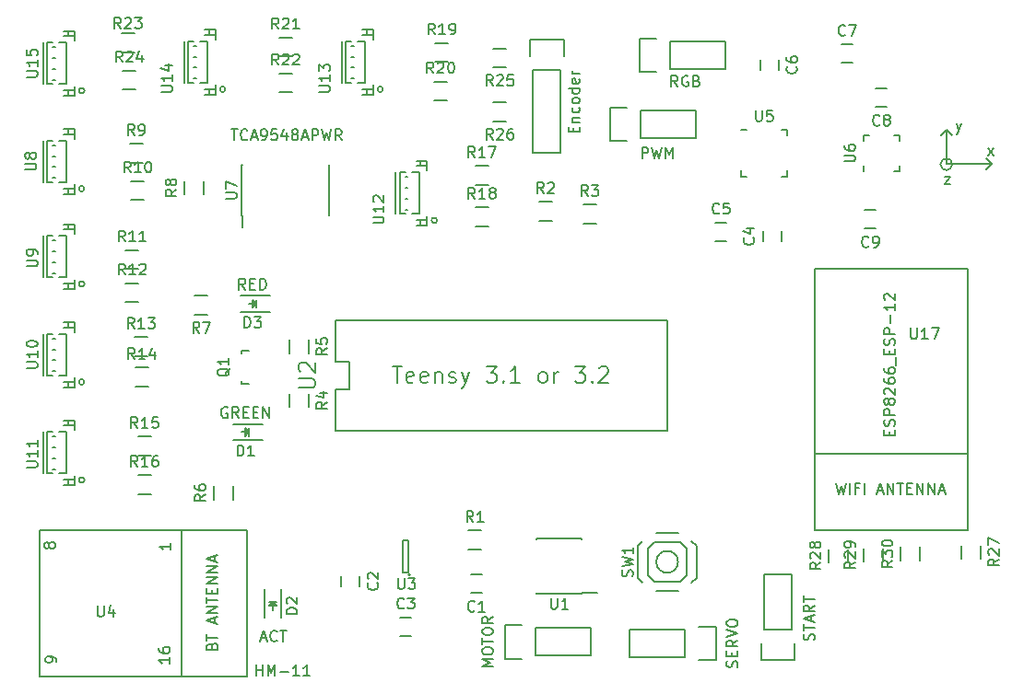
<source format=gbr>
G04 #@! TF.FileFunction,Legend,Top*
%FSLAX46Y46*%
G04 Gerber Fmt 4.6, Leading zero omitted, Abs format (unit mm)*
G04 Created by KiCad (PCBNEW 4.0.2-stable) date 20.06.2016 22.34.35*
%MOMM*%
G01*
G04 APERTURE LIST*
%ADD10C,0.100000*%
%ADD11C,0.200000*%
%ADD12C,0.150000*%
G04 APERTURE END LIST*
D10*
D11*
X181117905Y-81065714D02*
X181356000Y-81732381D01*
X181594096Y-81065714D02*
X181356000Y-81732381D01*
X181260762Y-81970476D01*
X181213143Y-82018095D01*
X181117905Y-82065714D01*
X180078095Y-86018714D02*
X180601905Y-86018714D01*
X180078095Y-86685381D01*
X180601905Y-86685381D01*
X184015095Y-84018381D02*
X184538905Y-83351714D01*
X184015095Y-83351714D02*
X184538905Y-84018381D01*
X180751815Y-84836000D02*
G75*
G03X180751815Y-84836000I-538815J0D01*
G01*
X180213000Y-81661000D02*
X180721000Y-82169000D01*
X180213000Y-81661000D02*
X179705000Y-82169000D01*
X180213000Y-84836000D02*
X180213000Y-81661000D01*
X184404000Y-84836000D02*
X183896000Y-85344000D01*
X184404000Y-84836000D02*
X183896000Y-84328000D01*
X180213000Y-84836000D02*
X184404000Y-84836000D01*
D12*
X136533000Y-124294000D02*
X137533000Y-124294000D01*
X137533000Y-122594000D02*
X136533000Y-122594000D01*
X126326000Y-123690000D02*
X126326000Y-122690000D01*
X124626000Y-122690000D02*
X124626000Y-123690000D01*
X131056000Y-126531000D02*
X130056000Y-126531000D01*
X130056000Y-128231000D02*
X131056000Y-128231000D01*
X163361000Y-90940000D02*
X163361000Y-91940000D01*
X165061000Y-91940000D02*
X165061000Y-90940000D01*
X160012000Y-90209000D02*
X159012000Y-90209000D01*
X159012000Y-91909000D02*
X160012000Y-91909000D01*
X164807000Y-76192000D02*
X164807000Y-75192000D01*
X163107000Y-75192000D02*
X163107000Y-76192000D01*
X171569000Y-73826000D02*
X170569000Y-73826000D01*
X170569000Y-75526000D02*
X171569000Y-75526000D01*
X173744000Y-79590000D02*
X174744000Y-79590000D01*
X174744000Y-77890000D02*
X173744000Y-77890000D01*
X117424000Y-108724000D02*
X114724000Y-108724000D01*
X117424000Y-110224000D02*
X114724000Y-110224000D01*
X115924000Y-109324000D02*
X115924000Y-109574000D01*
X115924000Y-109574000D02*
X116074000Y-109424000D01*
X116174000Y-109824000D02*
X116174000Y-109124000D01*
X115824000Y-109474000D02*
X115474000Y-109474000D01*
X116174000Y-109474000D02*
X115824000Y-109824000D01*
X115824000Y-109824000D02*
X115824000Y-109124000D01*
X115824000Y-109124000D02*
X116174000Y-109474000D01*
X117614000Y-123876000D02*
X117614000Y-126576000D01*
X119114000Y-123876000D02*
X119114000Y-126576000D01*
X118214000Y-125376000D02*
X118464000Y-125376000D01*
X118464000Y-125376000D02*
X118314000Y-125226000D01*
X118714000Y-125126000D02*
X118014000Y-125126000D01*
X118364000Y-125476000D02*
X118364000Y-125826000D01*
X118364000Y-125126000D02*
X118714000Y-125476000D01*
X118714000Y-125476000D02*
X118014000Y-125476000D01*
X118014000Y-125476000D02*
X118364000Y-125126000D01*
X118059000Y-96913000D02*
X115359000Y-96913000D01*
X118059000Y-98413000D02*
X115359000Y-98413000D01*
X116559000Y-97513000D02*
X116559000Y-97763000D01*
X116559000Y-97763000D02*
X116709000Y-97613000D01*
X116809000Y-98013000D02*
X116809000Y-97313000D01*
X116459000Y-97663000D02*
X116109000Y-97663000D01*
X116809000Y-97663000D02*
X116459000Y-98013000D01*
X116459000Y-98013000D02*
X116459000Y-97313000D01*
X116459000Y-97313000D02*
X116809000Y-97663000D01*
X142494000Y-130048000D02*
X147574000Y-130048000D01*
X147574000Y-130048000D02*
X147574000Y-127508000D01*
X147574000Y-127508000D02*
X142494000Y-127508000D01*
X139674000Y-127228000D02*
X141224000Y-127228000D01*
X142494000Y-127508000D02*
X142494000Y-130048000D01*
X141224000Y-130328000D02*
X139674000Y-130328000D01*
X139674000Y-130328000D02*
X139674000Y-127228000D01*
X156210000Y-127635000D02*
X151130000Y-127635000D01*
X151130000Y-127635000D02*
X151130000Y-130175000D01*
X151130000Y-130175000D02*
X156210000Y-130175000D01*
X159030000Y-130455000D02*
X157480000Y-130455000D01*
X156210000Y-130175000D02*
X156210000Y-127635000D01*
X157480000Y-127355000D02*
X159030000Y-127355000D01*
X159030000Y-127355000D02*
X159030000Y-130455000D01*
X165989000Y-127635000D02*
X165989000Y-122555000D01*
X165989000Y-122555000D02*
X163449000Y-122555000D01*
X163449000Y-122555000D02*
X163449000Y-127635000D01*
X163169000Y-130455000D02*
X163169000Y-128905000D01*
X163449000Y-127635000D02*
X165989000Y-127635000D01*
X166269000Y-128905000D02*
X166269000Y-130455000D01*
X166269000Y-130455000D02*
X163169000Y-130455000D01*
X152146000Y-82423000D02*
X157226000Y-82423000D01*
X157226000Y-82423000D02*
X157226000Y-79883000D01*
X157226000Y-79883000D02*
X152146000Y-79883000D01*
X149326000Y-79603000D02*
X150876000Y-79603000D01*
X152146000Y-79883000D02*
X152146000Y-82423000D01*
X150876000Y-82703000D02*
X149326000Y-82703000D01*
X149326000Y-82703000D02*
X149326000Y-79603000D01*
X154813000Y-76073000D02*
X159893000Y-76073000D01*
X159893000Y-76073000D02*
X159893000Y-73533000D01*
X159893000Y-73533000D02*
X154813000Y-73533000D01*
X151993000Y-73253000D02*
X153543000Y-73253000D01*
X154813000Y-73533000D02*
X154813000Y-76073000D01*
X153543000Y-76353000D02*
X151993000Y-76353000D01*
X151993000Y-76353000D02*
X151993000Y-73253000D01*
X115427760Y-102205840D02*
X115427760Y-102254100D01*
X116128800Y-105004820D02*
X115427760Y-105004820D01*
X115427760Y-105004820D02*
X115427760Y-104755900D01*
X115427760Y-102205840D02*
X115427760Y-102005180D01*
X115427760Y-102005180D02*
X116128800Y-102005180D01*
X137506000Y-120255000D02*
X136306000Y-120255000D01*
X136306000Y-118505000D02*
X137506000Y-118505000D01*
X143983000Y-90029000D02*
X142783000Y-90029000D01*
X142783000Y-88279000D02*
X143983000Y-88279000D01*
X148047000Y-90283000D02*
X146847000Y-90283000D01*
X146847000Y-88533000D02*
X148047000Y-88533000D01*
X119902000Y-107153000D02*
X119902000Y-105953000D01*
X121652000Y-105953000D02*
X121652000Y-107153000D01*
X119902000Y-102200000D02*
X119902000Y-101000000D01*
X121652000Y-101000000D02*
X121652000Y-102200000D01*
X114667000Y-114462000D02*
X114667000Y-115662000D01*
X112917000Y-115662000D02*
X112917000Y-114462000D01*
X111160000Y-96915000D02*
X112360000Y-96915000D01*
X112360000Y-98665000D02*
X111160000Y-98665000D01*
X112000000Y-86395000D02*
X112000000Y-87595000D01*
X110250000Y-87595000D02*
X110250000Y-86395000D01*
X106391000Y-84695000D02*
X105191000Y-84695000D01*
X105191000Y-82945000D02*
X106391000Y-82945000D01*
X106518000Y-88124000D02*
X105318000Y-88124000D01*
X105318000Y-86374000D02*
X106518000Y-86374000D01*
X106010000Y-94474000D02*
X104810000Y-94474000D01*
X104810000Y-92724000D02*
X106010000Y-92724000D01*
X106010000Y-97522000D02*
X104810000Y-97522000D01*
X104810000Y-95772000D02*
X106010000Y-95772000D01*
X106838000Y-102475000D02*
X105638000Y-102475000D01*
X105638000Y-100725000D02*
X106838000Y-100725000D01*
X106899000Y-105269000D02*
X105699000Y-105269000D01*
X105699000Y-103519000D02*
X106899000Y-103519000D01*
X107153000Y-111619000D02*
X105953000Y-111619000D01*
X105953000Y-109869000D02*
X107153000Y-109869000D01*
X107153000Y-115175000D02*
X105953000Y-115175000D01*
X105953000Y-113425000D02*
X107153000Y-113425000D01*
X138141000Y-86727000D02*
X136941000Y-86727000D01*
X136941000Y-84977000D02*
X138141000Y-84977000D01*
X138141000Y-90537000D02*
X136941000Y-90537000D01*
X136941000Y-88787000D02*
X138141000Y-88787000D01*
X134458000Y-75424000D02*
X133258000Y-75424000D01*
X133258000Y-73674000D02*
X134458000Y-73674000D01*
X134331000Y-78980000D02*
X133131000Y-78980000D01*
X133131000Y-77230000D02*
X134331000Y-77230000D01*
X120107000Y-74916000D02*
X118907000Y-74916000D01*
X118907000Y-73166000D02*
X120107000Y-73166000D01*
X120107000Y-78218000D02*
X118907000Y-78218000D01*
X118907000Y-76468000D02*
X120107000Y-76468000D01*
X105629000Y-74535000D02*
X104429000Y-74535000D01*
X104429000Y-72785000D02*
X105629000Y-72785000D01*
X105756000Y-77964000D02*
X104556000Y-77964000D01*
X104556000Y-76214000D02*
X105756000Y-76214000D01*
X155559000Y-121412000D02*
G75*
G03X155559000Y-121412000I-1000000J0D01*
G01*
X152759000Y-122612000D02*
X152759000Y-120212000D01*
X153359000Y-123212000D02*
X152759000Y-122612000D01*
X155759000Y-123212000D02*
X153359000Y-123212000D01*
X156359000Y-122612000D02*
X155759000Y-123212000D01*
X156359000Y-120212000D02*
X156359000Y-122612000D01*
X155759000Y-119612000D02*
X156359000Y-120212000D01*
X153359000Y-119612000D02*
X155759000Y-119612000D01*
X152759000Y-120212000D02*
X153359000Y-119612000D01*
X151859000Y-122862000D02*
X151859000Y-119962000D01*
X152309000Y-123312000D02*
X151859000Y-122862000D01*
X155559000Y-124112000D02*
X153559000Y-124112000D01*
X157259000Y-122862000D02*
X156809000Y-123312000D01*
X157259000Y-119962000D02*
X157259000Y-122862000D01*
X156809000Y-119512000D02*
X157259000Y-119962000D01*
X153559000Y-118712000D02*
X155559000Y-118712000D01*
X151859000Y-119962000D02*
X152309000Y-119512000D01*
X146728000Y-124368000D02*
X146728000Y-124223000D01*
X142578000Y-124368000D02*
X142578000Y-124223000D01*
X142578000Y-119218000D02*
X142578000Y-119363000D01*
X146728000Y-119218000D02*
X146728000Y-119363000D01*
X146728000Y-124368000D02*
X142578000Y-124368000D01*
X146728000Y-119218000D02*
X142578000Y-119218000D01*
X146728000Y-124223000D02*
X148128000Y-124223000D01*
X125349000Y-105537000D02*
X124079000Y-105537000D01*
X124079000Y-105537000D02*
X124079000Y-109347000D01*
X124079000Y-99187000D02*
X124079000Y-102997000D01*
X124079000Y-102997000D02*
X125349000Y-102997000D01*
X125349000Y-102997000D02*
X125349000Y-105537000D01*
X124079000Y-99187000D02*
X154559000Y-99187000D01*
X154559000Y-99187000D02*
X154559000Y-109347000D01*
X154559000Y-109347000D02*
X124079000Y-109347000D01*
X130956000Y-122604000D02*
G75*
G03X130956000Y-122604000I-100000J0D01*
G01*
X130306000Y-122354000D02*
X130806000Y-122354000D01*
X130306000Y-119454000D02*
X130306000Y-122354000D01*
X130806000Y-119454000D02*
X130306000Y-119454000D01*
X130806000Y-122354000D02*
X130806000Y-119454000D01*
X109931200Y-118465600D02*
X109931200Y-131927600D01*
X115926000Y-118472000D02*
X115926000Y-131972000D01*
X115926000Y-131972000D02*
X96926000Y-131972000D01*
X96926000Y-131972000D02*
X96926000Y-118472000D01*
X96926000Y-118472000D02*
X115926000Y-118472000D01*
X165614000Y-81655000D02*
X165614000Y-82180000D01*
X161314000Y-85955000D02*
X161314000Y-85430000D01*
X165614000Y-85955000D02*
X165614000Y-85430000D01*
X161314000Y-81655000D02*
X161839000Y-81655000D01*
X161314000Y-85955000D02*
X161839000Y-85955000D01*
X165614000Y-85955000D02*
X165089000Y-85955000D01*
X165614000Y-81655000D02*
X165089000Y-81655000D01*
X172619000Y-82195000D02*
X173119000Y-82195000D01*
X175869000Y-85445000D02*
X175369000Y-85445000D01*
X175869000Y-82195000D02*
X175369000Y-82195000D01*
X172619000Y-85445000D02*
X172619000Y-84945000D01*
X175869000Y-85445000D02*
X175869000Y-84945000D01*
X175869000Y-82195000D02*
X175869000Y-82695000D01*
X172619000Y-82195000D02*
X172619000Y-82695000D01*
X115482000Y-89574000D02*
X115507000Y-89574000D01*
X115482000Y-84924000D02*
X115507000Y-84924000D01*
X123532000Y-84924000D02*
X123507000Y-84924000D01*
X123532000Y-89574000D02*
X123507000Y-89574000D01*
X115482000Y-89574000D02*
X115482000Y-84924000D01*
X123532000Y-89574000D02*
X123532000Y-84924000D01*
X115507000Y-89574000D02*
X115507000Y-90649000D01*
X101024500Y-87082000D02*
G75*
G03X101024500Y-87082000I-250000J0D01*
G01*
X97224500Y-86482000D02*
X97224500Y-82682000D01*
X99124500Y-87582000D02*
X100124500Y-87582000D01*
X100124500Y-87582000D02*
X100124500Y-86682000D01*
X100124500Y-87082000D02*
X99124500Y-87082000D01*
X99124500Y-87082000D02*
X99124500Y-87082000D01*
X99124500Y-87082000D02*
X100124500Y-87082000D01*
X100124500Y-87082000D02*
X100124500Y-87082000D01*
X99524500Y-87082000D02*
X99524500Y-87082000D01*
X99524500Y-87082000D02*
X99524500Y-87582000D01*
X99524500Y-87582000D02*
X99524500Y-87582000D01*
X99524500Y-87582000D02*
X99524500Y-87082000D01*
X99124500Y-81582000D02*
X100124500Y-81582000D01*
X100124500Y-81582000D02*
X100124500Y-82482000D01*
X100124500Y-82082000D02*
X99124500Y-82082000D01*
X99124500Y-82082000D02*
X99124500Y-82082000D01*
X99124500Y-82082000D02*
X100124500Y-82082000D01*
X100124500Y-82082000D02*
X100124500Y-82082000D01*
X99524500Y-82082000D02*
X99524500Y-82082000D01*
X99524500Y-82082000D02*
X99524500Y-81582000D01*
X99524500Y-81582000D02*
X99524500Y-81582000D01*
X99524500Y-81582000D02*
X99524500Y-82082000D01*
X98124500Y-86482000D02*
X97624500Y-86482000D01*
X97624500Y-86482000D02*
X97624500Y-82682000D01*
X97624500Y-82682000D02*
X98124500Y-82682000D01*
X98724500Y-86482000D02*
X99374500Y-86482000D01*
X99374500Y-86482000D02*
X99374500Y-82682000D01*
X99374500Y-82682000D02*
X98724500Y-82682000D01*
X98124500Y-86082000D02*
X98324500Y-86082000D01*
X98124500Y-85082000D02*
X98324500Y-85082000D01*
X98124500Y-84082000D02*
X98324500Y-84082000D01*
X98124500Y-83082000D02*
X98324500Y-83082000D01*
X101024500Y-95845000D02*
G75*
G03X101024500Y-95845000I-250000J0D01*
G01*
X97224500Y-95245000D02*
X97224500Y-91445000D01*
X99124500Y-96345000D02*
X100124500Y-96345000D01*
X100124500Y-96345000D02*
X100124500Y-95445000D01*
X100124500Y-95845000D02*
X99124500Y-95845000D01*
X99124500Y-95845000D02*
X99124500Y-95845000D01*
X99124500Y-95845000D02*
X100124500Y-95845000D01*
X100124500Y-95845000D02*
X100124500Y-95845000D01*
X99524500Y-95845000D02*
X99524500Y-95845000D01*
X99524500Y-95845000D02*
X99524500Y-96345000D01*
X99524500Y-96345000D02*
X99524500Y-96345000D01*
X99524500Y-96345000D02*
X99524500Y-95845000D01*
X99124500Y-90345000D02*
X100124500Y-90345000D01*
X100124500Y-90345000D02*
X100124500Y-91245000D01*
X100124500Y-90845000D02*
X99124500Y-90845000D01*
X99124500Y-90845000D02*
X99124500Y-90845000D01*
X99124500Y-90845000D02*
X100124500Y-90845000D01*
X100124500Y-90845000D02*
X100124500Y-90845000D01*
X99524500Y-90845000D02*
X99524500Y-90845000D01*
X99524500Y-90845000D02*
X99524500Y-90345000D01*
X99524500Y-90345000D02*
X99524500Y-90345000D01*
X99524500Y-90345000D02*
X99524500Y-90845000D01*
X98124500Y-95245000D02*
X97624500Y-95245000D01*
X97624500Y-95245000D02*
X97624500Y-91445000D01*
X97624500Y-91445000D02*
X98124500Y-91445000D01*
X98724500Y-95245000D02*
X99374500Y-95245000D01*
X99374500Y-95245000D02*
X99374500Y-91445000D01*
X99374500Y-91445000D02*
X98724500Y-91445000D01*
X98124500Y-94845000D02*
X98324500Y-94845000D01*
X98124500Y-93845000D02*
X98324500Y-93845000D01*
X98124500Y-92845000D02*
X98324500Y-92845000D01*
X98124500Y-91845000D02*
X98324500Y-91845000D01*
X101024500Y-104862000D02*
G75*
G03X101024500Y-104862000I-250000J0D01*
G01*
X97224500Y-104262000D02*
X97224500Y-100462000D01*
X99124500Y-105362000D02*
X100124500Y-105362000D01*
X100124500Y-105362000D02*
X100124500Y-104462000D01*
X100124500Y-104862000D02*
X99124500Y-104862000D01*
X99124500Y-104862000D02*
X99124500Y-104862000D01*
X99124500Y-104862000D02*
X100124500Y-104862000D01*
X100124500Y-104862000D02*
X100124500Y-104862000D01*
X99524500Y-104862000D02*
X99524500Y-104862000D01*
X99524500Y-104862000D02*
X99524500Y-105362000D01*
X99524500Y-105362000D02*
X99524500Y-105362000D01*
X99524500Y-105362000D02*
X99524500Y-104862000D01*
X99124500Y-99362000D02*
X100124500Y-99362000D01*
X100124500Y-99362000D02*
X100124500Y-100262000D01*
X100124500Y-99862000D02*
X99124500Y-99862000D01*
X99124500Y-99862000D02*
X99124500Y-99862000D01*
X99124500Y-99862000D02*
X100124500Y-99862000D01*
X100124500Y-99862000D02*
X100124500Y-99862000D01*
X99524500Y-99862000D02*
X99524500Y-99862000D01*
X99524500Y-99862000D02*
X99524500Y-99362000D01*
X99524500Y-99362000D02*
X99524500Y-99362000D01*
X99524500Y-99362000D02*
X99524500Y-99862000D01*
X98124500Y-104262000D02*
X97624500Y-104262000D01*
X97624500Y-104262000D02*
X97624500Y-100462000D01*
X97624500Y-100462000D02*
X98124500Y-100462000D01*
X98724500Y-104262000D02*
X99374500Y-104262000D01*
X99374500Y-104262000D02*
X99374500Y-100462000D01*
X99374500Y-100462000D02*
X98724500Y-100462000D01*
X98124500Y-103862000D02*
X98324500Y-103862000D01*
X98124500Y-102862000D02*
X98324500Y-102862000D01*
X98124500Y-101862000D02*
X98324500Y-101862000D01*
X98124500Y-100862000D02*
X98324500Y-100862000D01*
X101024500Y-113879000D02*
G75*
G03X101024500Y-113879000I-250000J0D01*
G01*
X97224500Y-113279000D02*
X97224500Y-109479000D01*
X99124500Y-114379000D02*
X100124500Y-114379000D01*
X100124500Y-114379000D02*
X100124500Y-113479000D01*
X100124500Y-113879000D02*
X99124500Y-113879000D01*
X99124500Y-113879000D02*
X99124500Y-113879000D01*
X99124500Y-113879000D02*
X100124500Y-113879000D01*
X100124500Y-113879000D02*
X100124500Y-113879000D01*
X99524500Y-113879000D02*
X99524500Y-113879000D01*
X99524500Y-113879000D02*
X99524500Y-114379000D01*
X99524500Y-114379000D02*
X99524500Y-114379000D01*
X99524500Y-114379000D02*
X99524500Y-113879000D01*
X99124500Y-108379000D02*
X100124500Y-108379000D01*
X100124500Y-108379000D02*
X100124500Y-109279000D01*
X100124500Y-108879000D02*
X99124500Y-108879000D01*
X99124500Y-108879000D02*
X99124500Y-108879000D01*
X99124500Y-108879000D02*
X100124500Y-108879000D01*
X100124500Y-108879000D02*
X100124500Y-108879000D01*
X99524500Y-108879000D02*
X99524500Y-108879000D01*
X99524500Y-108879000D02*
X99524500Y-108379000D01*
X99524500Y-108379000D02*
X99524500Y-108379000D01*
X99524500Y-108379000D02*
X99524500Y-108879000D01*
X98124500Y-113279000D02*
X97624500Y-113279000D01*
X97624500Y-113279000D02*
X97624500Y-109479000D01*
X97624500Y-109479000D02*
X98124500Y-109479000D01*
X98724500Y-113279000D02*
X99374500Y-113279000D01*
X99374500Y-113279000D02*
X99374500Y-109479000D01*
X99374500Y-109479000D02*
X98724500Y-109479000D01*
X98124500Y-112879000D02*
X98324500Y-112879000D01*
X98124500Y-111879000D02*
X98324500Y-111879000D01*
X98124500Y-110879000D02*
X98324500Y-110879000D01*
X98124500Y-109879000D02*
X98324500Y-109879000D01*
X133409500Y-90003000D02*
G75*
G03X133409500Y-90003000I-250000J0D01*
G01*
X129609500Y-89403000D02*
X129609500Y-85603000D01*
X131509500Y-90503000D02*
X132509500Y-90503000D01*
X132509500Y-90503000D02*
X132509500Y-89603000D01*
X132509500Y-90003000D02*
X131509500Y-90003000D01*
X131509500Y-90003000D02*
X131509500Y-90003000D01*
X131509500Y-90003000D02*
X132509500Y-90003000D01*
X132509500Y-90003000D02*
X132509500Y-90003000D01*
X131909500Y-90003000D02*
X131909500Y-90003000D01*
X131909500Y-90003000D02*
X131909500Y-90503000D01*
X131909500Y-90503000D02*
X131909500Y-90503000D01*
X131909500Y-90503000D02*
X131909500Y-90003000D01*
X131509500Y-84503000D02*
X132509500Y-84503000D01*
X132509500Y-84503000D02*
X132509500Y-85403000D01*
X132509500Y-85003000D02*
X131509500Y-85003000D01*
X131509500Y-85003000D02*
X131509500Y-85003000D01*
X131509500Y-85003000D02*
X132509500Y-85003000D01*
X132509500Y-85003000D02*
X132509500Y-85003000D01*
X131909500Y-85003000D02*
X131909500Y-85003000D01*
X131909500Y-85003000D02*
X131909500Y-84503000D01*
X131909500Y-84503000D02*
X131909500Y-84503000D01*
X131909500Y-84503000D02*
X131909500Y-85003000D01*
X130509500Y-89403000D02*
X130009500Y-89403000D01*
X130009500Y-89403000D02*
X130009500Y-85603000D01*
X130009500Y-85603000D02*
X130509500Y-85603000D01*
X131109500Y-89403000D02*
X131759500Y-89403000D01*
X131759500Y-89403000D02*
X131759500Y-85603000D01*
X131759500Y-85603000D02*
X131109500Y-85603000D01*
X130509500Y-89003000D02*
X130709500Y-89003000D01*
X130509500Y-88003000D02*
X130709500Y-88003000D01*
X130509500Y-87003000D02*
X130709500Y-87003000D01*
X130509500Y-86003000D02*
X130709500Y-86003000D01*
X128456500Y-77938000D02*
G75*
G03X128456500Y-77938000I-250000J0D01*
G01*
X124656500Y-77338000D02*
X124656500Y-73538000D01*
X126556500Y-78438000D02*
X127556500Y-78438000D01*
X127556500Y-78438000D02*
X127556500Y-77538000D01*
X127556500Y-77938000D02*
X126556500Y-77938000D01*
X126556500Y-77938000D02*
X126556500Y-77938000D01*
X126556500Y-77938000D02*
X127556500Y-77938000D01*
X127556500Y-77938000D02*
X127556500Y-77938000D01*
X126956500Y-77938000D02*
X126956500Y-77938000D01*
X126956500Y-77938000D02*
X126956500Y-78438000D01*
X126956500Y-78438000D02*
X126956500Y-78438000D01*
X126956500Y-78438000D02*
X126956500Y-77938000D01*
X126556500Y-72438000D02*
X127556500Y-72438000D01*
X127556500Y-72438000D02*
X127556500Y-73338000D01*
X127556500Y-72938000D02*
X126556500Y-72938000D01*
X126556500Y-72938000D02*
X126556500Y-72938000D01*
X126556500Y-72938000D02*
X127556500Y-72938000D01*
X127556500Y-72938000D02*
X127556500Y-72938000D01*
X126956500Y-72938000D02*
X126956500Y-72938000D01*
X126956500Y-72938000D02*
X126956500Y-72438000D01*
X126956500Y-72438000D02*
X126956500Y-72438000D01*
X126956500Y-72438000D02*
X126956500Y-72938000D01*
X125556500Y-77338000D02*
X125056500Y-77338000D01*
X125056500Y-77338000D02*
X125056500Y-73538000D01*
X125056500Y-73538000D02*
X125556500Y-73538000D01*
X126156500Y-77338000D02*
X126806500Y-77338000D01*
X126806500Y-77338000D02*
X126806500Y-73538000D01*
X126806500Y-73538000D02*
X126156500Y-73538000D01*
X125556500Y-76938000D02*
X125756500Y-76938000D01*
X125556500Y-75938000D02*
X125756500Y-75938000D01*
X125556500Y-74938000D02*
X125756500Y-74938000D01*
X125556500Y-73938000D02*
X125756500Y-73938000D01*
X113978500Y-77938000D02*
G75*
G03X113978500Y-77938000I-250000J0D01*
G01*
X110178500Y-77338000D02*
X110178500Y-73538000D01*
X112078500Y-78438000D02*
X113078500Y-78438000D01*
X113078500Y-78438000D02*
X113078500Y-77538000D01*
X113078500Y-77938000D02*
X112078500Y-77938000D01*
X112078500Y-77938000D02*
X112078500Y-77938000D01*
X112078500Y-77938000D02*
X113078500Y-77938000D01*
X113078500Y-77938000D02*
X113078500Y-77938000D01*
X112478500Y-77938000D02*
X112478500Y-77938000D01*
X112478500Y-77938000D02*
X112478500Y-78438000D01*
X112478500Y-78438000D02*
X112478500Y-78438000D01*
X112478500Y-78438000D02*
X112478500Y-77938000D01*
X112078500Y-72438000D02*
X113078500Y-72438000D01*
X113078500Y-72438000D02*
X113078500Y-73338000D01*
X113078500Y-72938000D02*
X112078500Y-72938000D01*
X112078500Y-72938000D02*
X112078500Y-72938000D01*
X112078500Y-72938000D02*
X113078500Y-72938000D01*
X113078500Y-72938000D02*
X113078500Y-72938000D01*
X112478500Y-72938000D02*
X112478500Y-72938000D01*
X112478500Y-72938000D02*
X112478500Y-72438000D01*
X112478500Y-72438000D02*
X112478500Y-72438000D01*
X112478500Y-72438000D02*
X112478500Y-72938000D01*
X111078500Y-77338000D02*
X110578500Y-77338000D01*
X110578500Y-77338000D02*
X110578500Y-73538000D01*
X110578500Y-73538000D02*
X111078500Y-73538000D01*
X111678500Y-77338000D02*
X112328500Y-77338000D01*
X112328500Y-77338000D02*
X112328500Y-73538000D01*
X112328500Y-73538000D02*
X111678500Y-73538000D01*
X111078500Y-76938000D02*
X111278500Y-76938000D01*
X111078500Y-75938000D02*
X111278500Y-75938000D01*
X111078500Y-74938000D02*
X111278500Y-74938000D01*
X111078500Y-73938000D02*
X111278500Y-73938000D01*
X101024500Y-78065000D02*
G75*
G03X101024500Y-78065000I-250000J0D01*
G01*
X97224500Y-77465000D02*
X97224500Y-73665000D01*
X99124500Y-78565000D02*
X100124500Y-78565000D01*
X100124500Y-78565000D02*
X100124500Y-77665000D01*
X100124500Y-78065000D02*
X99124500Y-78065000D01*
X99124500Y-78065000D02*
X99124500Y-78065000D01*
X99124500Y-78065000D02*
X100124500Y-78065000D01*
X100124500Y-78065000D02*
X100124500Y-78065000D01*
X99524500Y-78065000D02*
X99524500Y-78065000D01*
X99524500Y-78065000D02*
X99524500Y-78565000D01*
X99524500Y-78565000D02*
X99524500Y-78565000D01*
X99524500Y-78565000D02*
X99524500Y-78065000D01*
X99124500Y-72565000D02*
X100124500Y-72565000D01*
X100124500Y-72565000D02*
X100124500Y-73465000D01*
X100124500Y-73065000D02*
X99124500Y-73065000D01*
X99124500Y-73065000D02*
X99124500Y-73065000D01*
X99124500Y-73065000D02*
X100124500Y-73065000D01*
X100124500Y-73065000D02*
X100124500Y-73065000D01*
X99524500Y-73065000D02*
X99524500Y-73065000D01*
X99524500Y-73065000D02*
X99524500Y-72565000D01*
X99524500Y-72565000D02*
X99524500Y-72565000D01*
X99524500Y-72565000D02*
X99524500Y-73065000D01*
X98124500Y-77465000D02*
X97624500Y-77465000D01*
X97624500Y-77465000D02*
X97624500Y-73665000D01*
X97624500Y-73665000D02*
X98124500Y-73665000D01*
X98724500Y-77465000D02*
X99374500Y-77465000D01*
X99374500Y-77465000D02*
X99374500Y-73665000D01*
X99374500Y-73665000D02*
X98724500Y-73665000D01*
X98124500Y-77065000D02*
X98324500Y-77065000D01*
X98124500Y-76065000D02*
X98324500Y-76065000D01*
X98124500Y-75065000D02*
X98324500Y-75065000D01*
X98124500Y-74065000D02*
X98324500Y-74065000D01*
X172728000Y-90766000D02*
X173728000Y-90766000D01*
X173728000Y-89066000D02*
X172728000Y-89066000D01*
X138592000Y-74182000D02*
X139792000Y-74182000D01*
X139792000Y-75932000D02*
X138592000Y-75932000D01*
X138592000Y-79135000D02*
X139792000Y-79135000D01*
X139792000Y-80885000D02*
X138592000Y-80885000D01*
X181624000Y-121123000D02*
X181624000Y-119923000D01*
X183374000Y-119923000D02*
X183374000Y-121123000D01*
X171182000Y-120238000D02*
X171182000Y-121438000D01*
X169432000Y-121438000D02*
X169432000Y-120238000D01*
X174357000Y-120177000D02*
X174357000Y-121377000D01*
X172607000Y-121377000D02*
X172607000Y-120177000D01*
X177786000Y-120050000D02*
X177786000Y-121250000D01*
X176036000Y-121250000D02*
X176036000Y-120050000D01*
X142240000Y-76200000D02*
X142240000Y-83820000D01*
X144780000Y-76200000D02*
X144780000Y-83820000D01*
X145060000Y-73380000D02*
X145060000Y-74930000D01*
X142240000Y-83820000D02*
X144780000Y-83820000D01*
X144780000Y-76200000D02*
X142240000Y-76200000D01*
X141960000Y-74930000D02*
X141960000Y-73380000D01*
X141960000Y-73380000D02*
X145060000Y-73380000D01*
X182143400Y-111506000D02*
X168122600Y-111506000D01*
X182143400Y-118516400D02*
X168122600Y-118516400D01*
X168122600Y-118516400D02*
X168122600Y-94488000D01*
X168122600Y-94488000D02*
X182143400Y-94488000D01*
X182143400Y-94488000D02*
X182143400Y-118516400D01*
X136866334Y-125901143D02*
X136818715Y-125948762D01*
X136675858Y-125996381D01*
X136580620Y-125996381D01*
X136437762Y-125948762D01*
X136342524Y-125853524D01*
X136294905Y-125758286D01*
X136247286Y-125567810D01*
X136247286Y-125424952D01*
X136294905Y-125234476D01*
X136342524Y-125139238D01*
X136437762Y-125044000D01*
X136580620Y-124996381D01*
X136675858Y-124996381D01*
X136818715Y-125044000D01*
X136866334Y-125091619D01*
X137818715Y-125996381D02*
X137247286Y-125996381D01*
X137533000Y-125996381D02*
X137533000Y-124996381D01*
X137437762Y-125139238D01*
X137342524Y-125234476D01*
X137247286Y-125282095D01*
X127933143Y-123356666D02*
X127980762Y-123404285D01*
X128028381Y-123547142D01*
X128028381Y-123642380D01*
X127980762Y-123785238D01*
X127885524Y-123880476D01*
X127790286Y-123928095D01*
X127599810Y-123975714D01*
X127456952Y-123975714D01*
X127266476Y-123928095D01*
X127171238Y-123880476D01*
X127076000Y-123785238D01*
X127028381Y-123642380D01*
X127028381Y-123547142D01*
X127076000Y-123404285D01*
X127123619Y-123356666D01*
X127123619Y-122975714D02*
X127076000Y-122928095D01*
X127028381Y-122832857D01*
X127028381Y-122594761D01*
X127076000Y-122499523D01*
X127123619Y-122451904D01*
X127218857Y-122404285D01*
X127314095Y-122404285D01*
X127456952Y-122451904D01*
X128028381Y-123023333D01*
X128028381Y-122404285D01*
X130389334Y-125638143D02*
X130341715Y-125685762D01*
X130198858Y-125733381D01*
X130103620Y-125733381D01*
X129960762Y-125685762D01*
X129865524Y-125590524D01*
X129817905Y-125495286D01*
X129770286Y-125304810D01*
X129770286Y-125161952D01*
X129817905Y-124971476D01*
X129865524Y-124876238D01*
X129960762Y-124781000D01*
X130103620Y-124733381D01*
X130198858Y-124733381D01*
X130341715Y-124781000D01*
X130389334Y-124828619D01*
X130722667Y-124733381D02*
X131341715Y-124733381D01*
X131008381Y-125114333D01*
X131151239Y-125114333D01*
X131246477Y-125161952D01*
X131294096Y-125209571D01*
X131341715Y-125304810D01*
X131341715Y-125542905D01*
X131294096Y-125638143D01*
X131246477Y-125685762D01*
X131151239Y-125733381D01*
X130865524Y-125733381D01*
X130770286Y-125685762D01*
X130722667Y-125638143D01*
X162468143Y-91606666D02*
X162515762Y-91654285D01*
X162563381Y-91797142D01*
X162563381Y-91892380D01*
X162515762Y-92035238D01*
X162420524Y-92130476D01*
X162325286Y-92178095D01*
X162134810Y-92225714D01*
X161991952Y-92225714D01*
X161801476Y-92178095D01*
X161706238Y-92130476D01*
X161611000Y-92035238D01*
X161563381Y-91892380D01*
X161563381Y-91797142D01*
X161611000Y-91654285D01*
X161658619Y-91606666D01*
X161896714Y-90749523D02*
X162563381Y-90749523D01*
X161515762Y-90987619D02*
X162230048Y-91225714D01*
X162230048Y-90606666D01*
X159345334Y-89316143D02*
X159297715Y-89363762D01*
X159154858Y-89411381D01*
X159059620Y-89411381D01*
X158916762Y-89363762D01*
X158821524Y-89268524D01*
X158773905Y-89173286D01*
X158726286Y-88982810D01*
X158726286Y-88839952D01*
X158773905Y-88649476D01*
X158821524Y-88554238D01*
X158916762Y-88459000D01*
X159059620Y-88411381D01*
X159154858Y-88411381D01*
X159297715Y-88459000D01*
X159345334Y-88506619D01*
X160250096Y-88411381D02*
X159773905Y-88411381D01*
X159726286Y-88887571D01*
X159773905Y-88839952D01*
X159869143Y-88792333D01*
X160107239Y-88792333D01*
X160202477Y-88839952D01*
X160250096Y-88887571D01*
X160297715Y-88982810D01*
X160297715Y-89220905D01*
X160250096Y-89316143D01*
X160202477Y-89363762D01*
X160107239Y-89411381D01*
X159869143Y-89411381D01*
X159773905Y-89363762D01*
X159726286Y-89316143D01*
X166414143Y-75858666D02*
X166461762Y-75906285D01*
X166509381Y-76049142D01*
X166509381Y-76144380D01*
X166461762Y-76287238D01*
X166366524Y-76382476D01*
X166271286Y-76430095D01*
X166080810Y-76477714D01*
X165937952Y-76477714D01*
X165747476Y-76430095D01*
X165652238Y-76382476D01*
X165557000Y-76287238D01*
X165509381Y-76144380D01*
X165509381Y-76049142D01*
X165557000Y-75906285D01*
X165604619Y-75858666D01*
X165509381Y-75001523D02*
X165509381Y-75192000D01*
X165557000Y-75287238D01*
X165604619Y-75334857D01*
X165747476Y-75430095D01*
X165937952Y-75477714D01*
X166318905Y-75477714D01*
X166414143Y-75430095D01*
X166461762Y-75382476D01*
X166509381Y-75287238D01*
X166509381Y-75096761D01*
X166461762Y-75001523D01*
X166414143Y-74953904D01*
X166318905Y-74906285D01*
X166080810Y-74906285D01*
X165985571Y-74953904D01*
X165937952Y-75001523D01*
X165890333Y-75096761D01*
X165890333Y-75287238D01*
X165937952Y-75382476D01*
X165985571Y-75430095D01*
X166080810Y-75477714D01*
X170902334Y-72933143D02*
X170854715Y-72980762D01*
X170711858Y-73028381D01*
X170616620Y-73028381D01*
X170473762Y-72980762D01*
X170378524Y-72885524D01*
X170330905Y-72790286D01*
X170283286Y-72599810D01*
X170283286Y-72456952D01*
X170330905Y-72266476D01*
X170378524Y-72171238D01*
X170473762Y-72076000D01*
X170616620Y-72028381D01*
X170711858Y-72028381D01*
X170854715Y-72076000D01*
X170902334Y-72123619D01*
X171235667Y-72028381D02*
X171902334Y-72028381D01*
X171473762Y-73028381D01*
X174077334Y-81197143D02*
X174029715Y-81244762D01*
X173886858Y-81292381D01*
X173791620Y-81292381D01*
X173648762Y-81244762D01*
X173553524Y-81149524D01*
X173505905Y-81054286D01*
X173458286Y-80863810D01*
X173458286Y-80720952D01*
X173505905Y-80530476D01*
X173553524Y-80435238D01*
X173648762Y-80340000D01*
X173791620Y-80292381D01*
X173886858Y-80292381D01*
X174029715Y-80340000D01*
X174077334Y-80387619D01*
X174648762Y-80720952D02*
X174553524Y-80673333D01*
X174505905Y-80625714D01*
X174458286Y-80530476D01*
X174458286Y-80482857D01*
X174505905Y-80387619D01*
X174553524Y-80340000D01*
X174648762Y-80292381D01*
X174839239Y-80292381D01*
X174934477Y-80340000D01*
X174982096Y-80387619D01*
X175029715Y-80482857D01*
X175029715Y-80530476D01*
X174982096Y-80625714D01*
X174934477Y-80673333D01*
X174839239Y-80720952D01*
X174648762Y-80720952D01*
X174553524Y-80768571D01*
X174505905Y-80816190D01*
X174458286Y-80911429D01*
X174458286Y-81101905D01*
X174505905Y-81197143D01*
X174553524Y-81244762D01*
X174648762Y-81292381D01*
X174839239Y-81292381D01*
X174934477Y-81244762D01*
X174982096Y-81197143D01*
X175029715Y-81101905D01*
X175029715Y-80911429D01*
X174982096Y-80816190D01*
X174934477Y-80768571D01*
X174839239Y-80720952D01*
X115085905Y-111676381D02*
X115085905Y-110676381D01*
X115324000Y-110676381D01*
X115466858Y-110724000D01*
X115562096Y-110819238D01*
X115609715Y-110914476D01*
X115657334Y-111104952D01*
X115657334Y-111247810D01*
X115609715Y-111438286D01*
X115562096Y-111533524D01*
X115466858Y-111628762D01*
X115324000Y-111676381D01*
X115085905Y-111676381D01*
X116609715Y-111676381D02*
X116038286Y-111676381D01*
X116324000Y-111676381D02*
X116324000Y-110676381D01*
X116228762Y-110819238D01*
X116133524Y-110914476D01*
X116038286Y-110962095D01*
X114157334Y-107224000D02*
X114062096Y-107176381D01*
X113919239Y-107176381D01*
X113776381Y-107224000D01*
X113681143Y-107319238D01*
X113633524Y-107414476D01*
X113585905Y-107604952D01*
X113585905Y-107747810D01*
X113633524Y-107938286D01*
X113681143Y-108033524D01*
X113776381Y-108128762D01*
X113919239Y-108176381D01*
X114014477Y-108176381D01*
X114157334Y-108128762D01*
X114204953Y-108081143D01*
X114204953Y-107747810D01*
X114014477Y-107747810D01*
X115204953Y-108176381D02*
X114871619Y-107700190D01*
X114633524Y-108176381D02*
X114633524Y-107176381D01*
X115014477Y-107176381D01*
X115109715Y-107224000D01*
X115157334Y-107271619D01*
X115204953Y-107366857D01*
X115204953Y-107509714D01*
X115157334Y-107604952D01*
X115109715Y-107652571D01*
X115014477Y-107700190D01*
X114633524Y-107700190D01*
X115633524Y-107652571D02*
X115966858Y-107652571D01*
X116109715Y-108176381D02*
X115633524Y-108176381D01*
X115633524Y-107176381D01*
X116109715Y-107176381D01*
X116538286Y-107652571D02*
X116871620Y-107652571D01*
X117014477Y-108176381D02*
X116538286Y-108176381D01*
X116538286Y-107176381D01*
X117014477Y-107176381D01*
X117443048Y-108176381D02*
X117443048Y-107176381D01*
X118014477Y-108176381D01*
X118014477Y-107176381D01*
X120566381Y-126214095D02*
X119566381Y-126214095D01*
X119566381Y-125976000D01*
X119614000Y-125833142D01*
X119709238Y-125737904D01*
X119804476Y-125690285D01*
X119994952Y-125642666D01*
X120137810Y-125642666D01*
X120328286Y-125690285D01*
X120423524Y-125737904D01*
X120518762Y-125833142D01*
X120566381Y-125976000D01*
X120566381Y-126214095D01*
X119661619Y-125261714D02*
X119614000Y-125214095D01*
X119566381Y-125118857D01*
X119566381Y-124880761D01*
X119614000Y-124785523D01*
X119661619Y-124737904D01*
X119756857Y-124690285D01*
X119852095Y-124690285D01*
X119994952Y-124737904D01*
X120566381Y-125309333D01*
X120566381Y-124690285D01*
X117244952Y-128436667D02*
X117721143Y-128436667D01*
X117149714Y-128722381D02*
X117483047Y-127722381D01*
X117816381Y-128722381D01*
X118721143Y-128627143D02*
X118673524Y-128674762D01*
X118530667Y-128722381D01*
X118435429Y-128722381D01*
X118292571Y-128674762D01*
X118197333Y-128579524D01*
X118149714Y-128484286D01*
X118102095Y-128293810D01*
X118102095Y-128150952D01*
X118149714Y-127960476D01*
X118197333Y-127865238D01*
X118292571Y-127770000D01*
X118435429Y-127722381D01*
X118530667Y-127722381D01*
X118673524Y-127770000D01*
X118721143Y-127817619D01*
X119006857Y-127722381D02*
X119578286Y-127722381D01*
X119292571Y-128722381D02*
X119292571Y-127722381D01*
X115720905Y-99865381D02*
X115720905Y-98865381D01*
X115959000Y-98865381D01*
X116101858Y-98913000D01*
X116197096Y-99008238D01*
X116244715Y-99103476D01*
X116292334Y-99293952D01*
X116292334Y-99436810D01*
X116244715Y-99627286D01*
X116197096Y-99722524D01*
X116101858Y-99817762D01*
X115959000Y-99865381D01*
X115720905Y-99865381D01*
X116625667Y-98865381D02*
X117244715Y-98865381D01*
X116911381Y-99246333D01*
X117054239Y-99246333D01*
X117149477Y-99293952D01*
X117197096Y-99341571D01*
X117244715Y-99436810D01*
X117244715Y-99674905D01*
X117197096Y-99770143D01*
X117149477Y-99817762D01*
X117054239Y-99865381D01*
X116768524Y-99865381D01*
X116673286Y-99817762D01*
X116625667Y-99770143D01*
X115816143Y-96365381D02*
X115482809Y-95889190D01*
X115244714Y-96365381D02*
X115244714Y-95365381D01*
X115625667Y-95365381D01*
X115720905Y-95413000D01*
X115768524Y-95460619D01*
X115816143Y-95555857D01*
X115816143Y-95698714D01*
X115768524Y-95793952D01*
X115720905Y-95841571D01*
X115625667Y-95889190D01*
X115244714Y-95889190D01*
X116244714Y-95841571D02*
X116578048Y-95841571D01*
X116720905Y-96365381D02*
X116244714Y-96365381D01*
X116244714Y-95365381D01*
X116720905Y-95365381D01*
X117149476Y-96365381D02*
X117149476Y-95365381D01*
X117387571Y-95365381D01*
X117530429Y-95413000D01*
X117625667Y-95508238D01*
X117673286Y-95603476D01*
X117720905Y-95793952D01*
X117720905Y-95936810D01*
X117673286Y-96127286D01*
X117625667Y-96222524D01*
X117530429Y-96317762D01*
X117387571Y-96365381D01*
X117149476Y-96365381D01*
X138576381Y-131039905D02*
X137576381Y-131039905D01*
X138290667Y-130706571D01*
X137576381Y-130373238D01*
X138576381Y-130373238D01*
X137576381Y-129706572D02*
X137576381Y-129516095D01*
X137624000Y-129420857D01*
X137719238Y-129325619D01*
X137909714Y-129278000D01*
X138243048Y-129278000D01*
X138433524Y-129325619D01*
X138528762Y-129420857D01*
X138576381Y-129516095D01*
X138576381Y-129706572D01*
X138528762Y-129801810D01*
X138433524Y-129897048D01*
X138243048Y-129944667D01*
X137909714Y-129944667D01*
X137719238Y-129897048D01*
X137624000Y-129801810D01*
X137576381Y-129706572D01*
X137576381Y-128992286D02*
X137576381Y-128420857D01*
X138576381Y-128706572D02*
X137576381Y-128706572D01*
X137576381Y-127897048D02*
X137576381Y-127706571D01*
X137624000Y-127611333D01*
X137719238Y-127516095D01*
X137909714Y-127468476D01*
X138243048Y-127468476D01*
X138433524Y-127516095D01*
X138528762Y-127611333D01*
X138576381Y-127706571D01*
X138576381Y-127897048D01*
X138528762Y-127992286D01*
X138433524Y-128087524D01*
X138243048Y-128135143D01*
X137909714Y-128135143D01*
X137719238Y-128087524D01*
X137624000Y-127992286D01*
X137576381Y-127897048D01*
X138576381Y-126468476D02*
X138100190Y-126801810D01*
X138576381Y-127039905D02*
X137576381Y-127039905D01*
X137576381Y-126658952D01*
X137624000Y-126563714D01*
X137671619Y-126516095D01*
X137766857Y-126468476D01*
X137909714Y-126468476D01*
X138004952Y-126516095D01*
X138052571Y-126563714D01*
X138100190Y-126658952D01*
X138100190Y-127039905D01*
X160984762Y-131095476D02*
X161032381Y-130952619D01*
X161032381Y-130714523D01*
X160984762Y-130619285D01*
X160937143Y-130571666D01*
X160841905Y-130524047D01*
X160746667Y-130524047D01*
X160651429Y-130571666D01*
X160603810Y-130619285D01*
X160556190Y-130714523D01*
X160508571Y-130905000D01*
X160460952Y-131000238D01*
X160413333Y-131047857D01*
X160318095Y-131095476D01*
X160222857Y-131095476D01*
X160127619Y-131047857D01*
X160080000Y-131000238D01*
X160032381Y-130905000D01*
X160032381Y-130666904D01*
X160080000Y-130524047D01*
X160508571Y-130095476D02*
X160508571Y-129762142D01*
X161032381Y-129619285D02*
X161032381Y-130095476D01*
X160032381Y-130095476D01*
X160032381Y-129619285D01*
X161032381Y-128619285D02*
X160556190Y-128952619D01*
X161032381Y-129190714D02*
X160032381Y-129190714D01*
X160032381Y-128809761D01*
X160080000Y-128714523D01*
X160127619Y-128666904D01*
X160222857Y-128619285D01*
X160365714Y-128619285D01*
X160460952Y-128666904D01*
X160508571Y-128714523D01*
X160556190Y-128809761D01*
X160556190Y-129190714D01*
X160032381Y-128333571D02*
X161032381Y-128000238D01*
X160032381Y-127666904D01*
X160032381Y-127143095D02*
X160032381Y-126952618D01*
X160080000Y-126857380D01*
X160175238Y-126762142D01*
X160365714Y-126714523D01*
X160699048Y-126714523D01*
X160889524Y-126762142D01*
X160984762Y-126857380D01*
X161032381Y-126952618D01*
X161032381Y-127143095D01*
X160984762Y-127238333D01*
X160889524Y-127333571D01*
X160699048Y-127381190D01*
X160365714Y-127381190D01*
X160175238Y-127333571D01*
X160080000Y-127238333D01*
X160032381Y-127143095D01*
X168044762Y-128595191D02*
X168092381Y-128452334D01*
X168092381Y-128214238D01*
X168044762Y-128119000D01*
X167997143Y-128071381D01*
X167901905Y-128023762D01*
X167806667Y-128023762D01*
X167711429Y-128071381D01*
X167663810Y-128119000D01*
X167616190Y-128214238D01*
X167568571Y-128404715D01*
X167520952Y-128499953D01*
X167473333Y-128547572D01*
X167378095Y-128595191D01*
X167282857Y-128595191D01*
X167187619Y-128547572D01*
X167140000Y-128499953D01*
X167092381Y-128404715D01*
X167092381Y-128166619D01*
X167140000Y-128023762D01*
X167092381Y-127738048D02*
X167092381Y-127166619D01*
X168092381Y-127452334D02*
X167092381Y-127452334D01*
X167806667Y-126880905D02*
X167806667Y-126404714D01*
X168092381Y-126976143D02*
X167092381Y-126642810D01*
X168092381Y-126309476D01*
X168092381Y-125404714D02*
X167616190Y-125738048D01*
X168092381Y-125976143D02*
X167092381Y-125976143D01*
X167092381Y-125595190D01*
X167140000Y-125499952D01*
X167187619Y-125452333D01*
X167282857Y-125404714D01*
X167425714Y-125404714D01*
X167520952Y-125452333D01*
X167568571Y-125499952D01*
X167616190Y-125595190D01*
X167616190Y-125976143D01*
X167092381Y-125119000D02*
X167092381Y-124547571D01*
X168092381Y-124833286D02*
X167092381Y-124833286D01*
X152265238Y-84272381D02*
X152265238Y-83272381D01*
X152646191Y-83272381D01*
X152741429Y-83320000D01*
X152789048Y-83367619D01*
X152836667Y-83462857D01*
X152836667Y-83605714D01*
X152789048Y-83700952D01*
X152741429Y-83748571D01*
X152646191Y-83796190D01*
X152265238Y-83796190D01*
X153170000Y-83272381D02*
X153408095Y-84272381D01*
X153598572Y-83558095D01*
X153789048Y-84272381D01*
X154027143Y-83272381D01*
X154408095Y-84272381D02*
X154408095Y-83272381D01*
X154741429Y-83986667D01*
X155074762Y-83272381D01*
X155074762Y-84272381D01*
X155519524Y-77668381D02*
X155186190Y-77192190D01*
X154948095Y-77668381D02*
X154948095Y-76668381D01*
X155329048Y-76668381D01*
X155424286Y-76716000D01*
X155471905Y-76763619D01*
X155519524Y-76858857D01*
X155519524Y-77001714D01*
X155471905Y-77096952D01*
X155424286Y-77144571D01*
X155329048Y-77192190D01*
X154948095Y-77192190D01*
X156471905Y-76716000D02*
X156376667Y-76668381D01*
X156233810Y-76668381D01*
X156090952Y-76716000D01*
X155995714Y-76811238D01*
X155948095Y-76906476D01*
X155900476Y-77096952D01*
X155900476Y-77239810D01*
X155948095Y-77430286D01*
X155995714Y-77525524D01*
X156090952Y-77620762D01*
X156233810Y-77668381D01*
X156329048Y-77668381D01*
X156471905Y-77620762D01*
X156519524Y-77573143D01*
X156519524Y-77239810D01*
X156329048Y-77239810D01*
X157281429Y-77144571D02*
X157424286Y-77192190D01*
X157471905Y-77239810D01*
X157519524Y-77335048D01*
X157519524Y-77477905D01*
X157471905Y-77573143D01*
X157424286Y-77620762D01*
X157329048Y-77668381D01*
X156948095Y-77668381D01*
X156948095Y-76668381D01*
X157281429Y-76668381D01*
X157376667Y-76716000D01*
X157424286Y-76763619D01*
X157471905Y-76858857D01*
X157471905Y-76954095D01*
X157424286Y-77049333D01*
X157376667Y-77096952D01*
X157281429Y-77144571D01*
X156948095Y-77144571D01*
X114375619Y-103600238D02*
X114328000Y-103695476D01*
X114232762Y-103790714D01*
X114089905Y-103933571D01*
X114042286Y-104028810D01*
X114042286Y-104124048D01*
X114280381Y-104076429D02*
X114232762Y-104171667D01*
X114137524Y-104266905D01*
X113947048Y-104314524D01*
X113613714Y-104314524D01*
X113423238Y-104266905D01*
X113328000Y-104171667D01*
X113280381Y-104076429D01*
X113280381Y-103885952D01*
X113328000Y-103790714D01*
X113423238Y-103695476D01*
X113613714Y-103647857D01*
X113947048Y-103647857D01*
X114137524Y-103695476D01*
X114232762Y-103790714D01*
X114280381Y-103885952D01*
X114280381Y-104076429D01*
X114280381Y-102695476D02*
X114280381Y-103266905D01*
X114280381Y-102981191D02*
X113280381Y-102981191D01*
X113423238Y-103076429D01*
X113518476Y-103171667D01*
X113566095Y-103266905D01*
X136739334Y-117732381D02*
X136406000Y-117256190D01*
X136167905Y-117732381D02*
X136167905Y-116732381D01*
X136548858Y-116732381D01*
X136644096Y-116780000D01*
X136691715Y-116827619D01*
X136739334Y-116922857D01*
X136739334Y-117065714D01*
X136691715Y-117160952D01*
X136644096Y-117208571D01*
X136548858Y-117256190D01*
X136167905Y-117256190D01*
X137691715Y-117732381D02*
X137120286Y-117732381D01*
X137406000Y-117732381D02*
X137406000Y-116732381D01*
X137310762Y-116875238D01*
X137215524Y-116970476D01*
X137120286Y-117018095D01*
X143216334Y-87506381D02*
X142883000Y-87030190D01*
X142644905Y-87506381D02*
X142644905Y-86506381D01*
X143025858Y-86506381D01*
X143121096Y-86554000D01*
X143168715Y-86601619D01*
X143216334Y-86696857D01*
X143216334Y-86839714D01*
X143168715Y-86934952D01*
X143121096Y-86982571D01*
X143025858Y-87030190D01*
X142644905Y-87030190D01*
X143597286Y-86601619D02*
X143644905Y-86554000D01*
X143740143Y-86506381D01*
X143978239Y-86506381D01*
X144073477Y-86554000D01*
X144121096Y-86601619D01*
X144168715Y-86696857D01*
X144168715Y-86792095D01*
X144121096Y-86934952D01*
X143549667Y-87506381D01*
X144168715Y-87506381D01*
X147280334Y-87760381D02*
X146947000Y-87284190D01*
X146708905Y-87760381D02*
X146708905Y-86760381D01*
X147089858Y-86760381D01*
X147185096Y-86808000D01*
X147232715Y-86855619D01*
X147280334Y-86950857D01*
X147280334Y-87093714D01*
X147232715Y-87188952D01*
X147185096Y-87236571D01*
X147089858Y-87284190D01*
X146708905Y-87284190D01*
X147613667Y-86760381D02*
X148232715Y-86760381D01*
X147899381Y-87141333D01*
X148042239Y-87141333D01*
X148137477Y-87188952D01*
X148185096Y-87236571D01*
X148232715Y-87331810D01*
X148232715Y-87569905D01*
X148185096Y-87665143D01*
X148137477Y-87712762D01*
X148042239Y-87760381D01*
X147756524Y-87760381D01*
X147661286Y-87712762D01*
X147613667Y-87665143D01*
X123329381Y-106719666D02*
X122853190Y-107053000D01*
X123329381Y-107291095D02*
X122329381Y-107291095D01*
X122329381Y-106910142D01*
X122377000Y-106814904D01*
X122424619Y-106767285D01*
X122519857Y-106719666D01*
X122662714Y-106719666D01*
X122757952Y-106767285D01*
X122805571Y-106814904D01*
X122853190Y-106910142D01*
X122853190Y-107291095D01*
X122662714Y-105862523D02*
X123329381Y-105862523D01*
X122281762Y-106100619D02*
X122996048Y-106338714D01*
X122996048Y-105719666D01*
X123329381Y-101766666D02*
X122853190Y-102100000D01*
X123329381Y-102338095D02*
X122329381Y-102338095D01*
X122329381Y-101957142D01*
X122377000Y-101861904D01*
X122424619Y-101814285D01*
X122519857Y-101766666D01*
X122662714Y-101766666D01*
X122757952Y-101814285D01*
X122805571Y-101861904D01*
X122853190Y-101957142D01*
X122853190Y-102338095D01*
X122329381Y-100861904D02*
X122329381Y-101338095D01*
X122805571Y-101385714D01*
X122757952Y-101338095D01*
X122710333Y-101242857D01*
X122710333Y-101004761D01*
X122757952Y-100909523D01*
X122805571Y-100861904D01*
X122900810Y-100814285D01*
X123138905Y-100814285D01*
X123234143Y-100861904D01*
X123281762Y-100909523D01*
X123329381Y-101004761D01*
X123329381Y-101242857D01*
X123281762Y-101338095D01*
X123234143Y-101385714D01*
X112144381Y-115228666D02*
X111668190Y-115562000D01*
X112144381Y-115800095D02*
X111144381Y-115800095D01*
X111144381Y-115419142D01*
X111192000Y-115323904D01*
X111239619Y-115276285D01*
X111334857Y-115228666D01*
X111477714Y-115228666D01*
X111572952Y-115276285D01*
X111620571Y-115323904D01*
X111668190Y-115419142D01*
X111668190Y-115800095D01*
X111144381Y-114371523D02*
X111144381Y-114562000D01*
X111192000Y-114657238D01*
X111239619Y-114704857D01*
X111382476Y-114800095D01*
X111572952Y-114847714D01*
X111953905Y-114847714D01*
X112049143Y-114800095D01*
X112096762Y-114752476D01*
X112144381Y-114657238D01*
X112144381Y-114466761D01*
X112096762Y-114371523D01*
X112049143Y-114323904D01*
X111953905Y-114276285D01*
X111715810Y-114276285D01*
X111620571Y-114323904D01*
X111572952Y-114371523D01*
X111525333Y-114466761D01*
X111525333Y-114657238D01*
X111572952Y-114752476D01*
X111620571Y-114800095D01*
X111715810Y-114847714D01*
X111593334Y-100342381D02*
X111260000Y-99866190D01*
X111021905Y-100342381D02*
X111021905Y-99342381D01*
X111402858Y-99342381D01*
X111498096Y-99390000D01*
X111545715Y-99437619D01*
X111593334Y-99532857D01*
X111593334Y-99675714D01*
X111545715Y-99770952D01*
X111498096Y-99818571D01*
X111402858Y-99866190D01*
X111021905Y-99866190D01*
X111926667Y-99342381D02*
X112593334Y-99342381D01*
X112164762Y-100342381D01*
X109477381Y-87161666D02*
X109001190Y-87495000D01*
X109477381Y-87733095D02*
X108477381Y-87733095D01*
X108477381Y-87352142D01*
X108525000Y-87256904D01*
X108572619Y-87209285D01*
X108667857Y-87161666D01*
X108810714Y-87161666D01*
X108905952Y-87209285D01*
X108953571Y-87256904D01*
X109001190Y-87352142D01*
X109001190Y-87733095D01*
X108905952Y-86590238D02*
X108858333Y-86685476D01*
X108810714Y-86733095D01*
X108715476Y-86780714D01*
X108667857Y-86780714D01*
X108572619Y-86733095D01*
X108525000Y-86685476D01*
X108477381Y-86590238D01*
X108477381Y-86399761D01*
X108525000Y-86304523D01*
X108572619Y-86256904D01*
X108667857Y-86209285D01*
X108715476Y-86209285D01*
X108810714Y-86256904D01*
X108858333Y-86304523D01*
X108905952Y-86399761D01*
X108905952Y-86590238D01*
X108953571Y-86685476D01*
X109001190Y-86733095D01*
X109096429Y-86780714D01*
X109286905Y-86780714D01*
X109382143Y-86733095D01*
X109429762Y-86685476D01*
X109477381Y-86590238D01*
X109477381Y-86399761D01*
X109429762Y-86304523D01*
X109382143Y-86256904D01*
X109286905Y-86209285D01*
X109096429Y-86209285D01*
X109001190Y-86256904D01*
X108953571Y-86304523D01*
X108905952Y-86399761D01*
X105624334Y-82172381D02*
X105291000Y-81696190D01*
X105052905Y-82172381D02*
X105052905Y-81172381D01*
X105433858Y-81172381D01*
X105529096Y-81220000D01*
X105576715Y-81267619D01*
X105624334Y-81362857D01*
X105624334Y-81505714D01*
X105576715Y-81600952D01*
X105529096Y-81648571D01*
X105433858Y-81696190D01*
X105052905Y-81696190D01*
X106100524Y-82172381D02*
X106291000Y-82172381D01*
X106386239Y-82124762D01*
X106433858Y-82077143D01*
X106529096Y-81934286D01*
X106576715Y-81743810D01*
X106576715Y-81362857D01*
X106529096Y-81267619D01*
X106481477Y-81220000D01*
X106386239Y-81172381D01*
X106195762Y-81172381D01*
X106100524Y-81220000D01*
X106052905Y-81267619D01*
X106005286Y-81362857D01*
X106005286Y-81600952D01*
X106052905Y-81696190D01*
X106100524Y-81743810D01*
X106195762Y-81791429D01*
X106386239Y-81791429D01*
X106481477Y-81743810D01*
X106529096Y-81696190D01*
X106576715Y-81600952D01*
X105275143Y-85601381D02*
X104941809Y-85125190D01*
X104703714Y-85601381D02*
X104703714Y-84601381D01*
X105084667Y-84601381D01*
X105179905Y-84649000D01*
X105227524Y-84696619D01*
X105275143Y-84791857D01*
X105275143Y-84934714D01*
X105227524Y-85029952D01*
X105179905Y-85077571D01*
X105084667Y-85125190D01*
X104703714Y-85125190D01*
X106227524Y-85601381D02*
X105656095Y-85601381D01*
X105941809Y-85601381D02*
X105941809Y-84601381D01*
X105846571Y-84744238D01*
X105751333Y-84839476D01*
X105656095Y-84887095D01*
X106846571Y-84601381D02*
X106941810Y-84601381D01*
X107037048Y-84649000D01*
X107084667Y-84696619D01*
X107132286Y-84791857D01*
X107179905Y-84982333D01*
X107179905Y-85220429D01*
X107132286Y-85410905D01*
X107084667Y-85506143D01*
X107037048Y-85553762D01*
X106941810Y-85601381D01*
X106846571Y-85601381D01*
X106751333Y-85553762D01*
X106703714Y-85506143D01*
X106656095Y-85410905D01*
X106608476Y-85220429D01*
X106608476Y-84982333D01*
X106656095Y-84791857D01*
X106703714Y-84696619D01*
X106751333Y-84649000D01*
X106846571Y-84601381D01*
X104767143Y-91951381D02*
X104433809Y-91475190D01*
X104195714Y-91951381D02*
X104195714Y-90951381D01*
X104576667Y-90951381D01*
X104671905Y-90999000D01*
X104719524Y-91046619D01*
X104767143Y-91141857D01*
X104767143Y-91284714D01*
X104719524Y-91379952D01*
X104671905Y-91427571D01*
X104576667Y-91475190D01*
X104195714Y-91475190D01*
X105719524Y-91951381D02*
X105148095Y-91951381D01*
X105433809Y-91951381D02*
X105433809Y-90951381D01*
X105338571Y-91094238D01*
X105243333Y-91189476D01*
X105148095Y-91237095D01*
X106671905Y-91951381D02*
X106100476Y-91951381D01*
X106386190Y-91951381D02*
X106386190Y-90951381D01*
X106290952Y-91094238D01*
X106195714Y-91189476D01*
X106100476Y-91237095D01*
X104767143Y-94999381D02*
X104433809Y-94523190D01*
X104195714Y-94999381D02*
X104195714Y-93999381D01*
X104576667Y-93999381D01*
X104671905Y-94047000D01*
X104719524Y-94094619D01*
X104767143Y-94189857D01*
X104767143Y-94332714D01*
X104719524Y-94427952D01*
X104671905Y-94475571D01*
X104576667Y-94523190D01*
X104195714Y-94523190D01*
X105719524Y-94999381D02*
X105148095Y-94999381D01*
X105433809Y-94999381D02*
X105433809Y-93999381D01*
X105338571Y-94142238D01*
X105243333Y-94237476D01*
X105148095Y-94285095D01*
X106100476Y-94094619D02*
X106148095Y-94047000D01*
X106243333Y-93999381D01*
X106481429Y-93999381D01*
X106576667Y-94047000D01*
X106624286Y-94094619D01*
X106671905Y-94189857D01*
X106671905Y-94285095D01*
X106624286Y-94427952D01*
X106052857Y-94999381D01*
X106671905Y-94999381D01*
X105595143Y-99952381D02*
X105261809Y-99476190D01*
X105023714Y-99952381D02*
X105023714Y-98952381D01*
X105404667Y-98952381D01*
X105499905Y-99000000D01*
X105547524Y-99047619D01*
X105595143Y-99142857D01*
X105595143Y-99285714D01*
X105547524Y-99380952D01*
X105499905Y-99428571D01*
X105404667Y-99476190D01*
X105023714Y-99476190D01*
X106547524Y-99952381D02*
X105976095Y-99952381D01*
X106261809Y-99952381D02*
X106261809Y-98952381D01*
X106166571Y-99095238D01*
X106071333Y-99190476D01*
X105976095Y-99238095D01*
X106880857Y-98952381D02*
X107499905Y-98952381D01*
X107166571Y-99333333D01*
X107309429Y-99333333D01*
X107404667Y-99380952D01*
X107452286Y-99428571D01*
X107499905Y-99523810D01*
X107499905Y-99761905D01*
X107452286Y-99857143D01*
X107404667Y-99904762D01*
X107309429Y-99952381D01*
X107023714Y-99952381D01*
X106928476Y-99904762D01*
X106880857Y-99857143D01*
X105656143Y-102746381D02*
X105322809Y-102270190D01*
X105084714Y-102746381D02*
X105084714Y-101746381D01*
X105465667Y-101746381D01*
X105560905Y-101794000D01*
X105608524Y-101841619D01*
X105656143Y-101936857D01*
X105656143Y-102079714D01*
X105608524Y-102174952D01*
X105560905Y-102222571D01*
X105465667Y-102270190D01*
X105084714Y-102270190D01*
X106608524Y-102746381D02*
X106037095Y-102746381D01*
X106322809Y-102746381D02*
X106322809Y-101746381D01*
X106227571Y-101889238D01*
X106132333Y-101984476D01*
X106037095Y-102032095D01*
X107465667Y-102079714D02*
X107465667Y-102746381D01*
X107227571Y-101698762D02*
X106989476Y-102413048D01*
X107608524Y-102413048D01*
X105910143Y-109096381D02*
X105576809Y-108620190D01*
X105338714Y-109096381D02*
X105338714Y-108096381D01*
X105719667Y-108096381D01*
X105814905Y-108144000D01*
X105862524Y-108191619D01*
X105910143Y-108286857D01*
X105910143Y-108429714D01*
X105862524Y-108524952D01*
X105814905Y-108572571D01*
X105719667Y-108620190D01*
X105338714Y-108620190D01*
X106862524Y-109096381D02*
X106291095Y-109096381D01*
X106576809Y-109096381D02*
X106576809Y-108096381D01*
X106481571Y-108239238D01*
X106386333Y-108334476D01*
X106291095Y-108382095D01*
X107767286Y-108096381D02*
X107291095Y-108096381D01*
X107243476Y-108572571D01*
X107291095Y-108524952D01*
X107386333Y-108477333D01*
X107624429Y-108477333D01*
X107719667Y-108524952D01*
X107767286Y-108572571D01*
X107814905Y-108667810D01*
X107814905Y-108905905D01*
X107767286Y-109001143D01*
X107719667Y-109048762D01*
X107624429Y-109096381D01*
X107386333Y-109096381D01*
X107291095Y-109048762D01*
X107243476Y-109001143D01*
X105910143Y-112652381D02*
X105576809Y-112176190D01*
X105338714Y-112652381D02*
X105338714Y-111652381D01*
X105719667Y-111652381D01*
X105814905Y-111700000D01*
X105862524Y-111747619D01*
X105910143Y-111842857D01*
X105910143Y-111985714D01*
X105862524Y-112080952D01*
X105814905Y-112128571D01*
X105719667Y-112176190D01*
X105338714Y-112176190D01*
X106862524Y-112652381D02*
X106291095Y-112652381D01*
X106576809Y-112652381D02*
X106576809Y-111652381D01*
X106481571Y-111795238D01*
X106386333Y-111890476D01*
X106291095Y-111938095D01*
X107719667Y-111652381D02*
X107529190Y-111652381D01*
X107433952Y-111700000D01*
X107386333Y-111747619D01*
X107291095Y-111890476D01*
X107243476Y-112080952D01*
X107243476Y-112461905D01*
X107291095Y-112557143D01*
X107338714Y-112604762D01*
X107433952Y-112652381D01*
X107624429Y-112652381D01*
X107719667Y-112604762D01*
X107767286Y-112557143D01*
X107814905Y-112461905D01*
X107814905Y-112223810D01*
X107767286Y-112128571D01*
X107719667Y-112080952D01*
X107624429Y-112033333D01*
X107433952Y-112033333D01*
X107338714Y-112080952D01*
X107291095Y-112128571D01*
X107243476Y-112223810D01*
X136898143Y-84204381D02*
X136564809Y-83728190D01*
X136326714Y-84204381D02*
X136326714Y-83204381D01*
X136707667Y-83204381D01*
X136802905Y-83252000D01*
X136850524Y-83299619D01*
X136898143Y-83394857D01*
X136898143Y-83537714D01*
X136850524Y-83632952D01*
X136802905Y-83680571D01*
X136707667Y-83728190D01*
X136326714Y-83728190D01*
X137850524Y-84204381D02*
X137279095Y-84204381D01*
X137564809Y-84204381D02*
X137564809Y-83204381D01*
X137469571Y-83347238D01*
X137374333Y-83442476D01*
X137279095Y-83490095D01*
X138183857Y-83204381D02*
X138850524Y-83204381D01*
X138421952Y-84204381D01*
X136898143Y-88014381D02*
X136564809Y-87538190D01*
X136326714Y-88014381D02*
X136326714Y-87014381D01*
X136707667Y-87014381D01*
X136802905Y-87062000D01*
X136850524Y-87109619D01*
X136898143Y-87204857D01*
X136898143Y-87347714D01*
X136850524Y-87442952D01*
X136802905Y-87490571D01*
X136707667Y-87538190D01*
X136326714Y-87538190D01*
X137850524Y-88014381D02*
X137279095Y-88014381D01*
X137564809Y-88014381D02*
X137564809Y-87014381D01*
X137469571Y-87157238D01*
X137374333Y-87252476D01*
X137279095Y-87300095D01*
X138421952Y-87442952D02*
X138326714Y-87395333D01*
X138279095Y-87347714D01*
X138231476Y-87252476D01*
X138231476Y-87204857D01*
X138279095Y-87109619D01*
X138326714Y-87062000D01*
X138421952Y-87014381D01*
X138612429Y-87014381D01*
X138707667Y-87062000D01*
X138755286Y-87109619D01*
X138802905Y-87204857D01*
X138802905Y-87252476D01*
X138755286Y-87347714D01*
X138707667Y-87395333D01*
X138612429Y-87442952D01*
X138421952Y-87442952D01*
X138326714Y-87490571D01*
X138279095Y-87538190D01*
X138231476Y-87633429D01*
X138231476Y-87823905D01*
X138279095Y-87919143D01*
X138326714Y-87966762D01*
X138421952Y-88014381D01*
X138612429Y-88014381D01*
X138707667Y-87966762D01*
X138755286Y-87919143D01*
X138802905Y-87823905D01*
X138802905Y-87633429D01*
X138755286Y-87538190D01*
X138707667Y-87490571D01*
X138612429Y-87442952D01*
X133215143Y-72901381D02*
X132881809Y-72425190D01*
X132643714Y-72901381D02*
X132643714Y-71901381D01*
X133024667Y-71901381D01*
X133119905Y-71949000D01*
X133167524Y-71996619D01*
X133215143Y-72091857D01*
X133215143Y-72234714D01*
X133167524Y-72329952D01*
X133119905Y-72377571D01*
X133024667Y-72425190D01*
X132643714Y-72425190D01*
X134167524Y-72901381D02*
X133596095Y-72901381D01*
X133881809Y-72901381D02*
X133881809Y-71901381D01*
X133786571Y-72044238D01*
X133691333Y-72139476D01*
X133596095Y-72187095D01*
X134643714Y-72901381D02*
X134834190Y-72901381D01*
X134929429Y-72853762D01*
X134977048Y-72806143D01*
X135072286Y-72663286D01*
X135119905Y-72472810D01*
X135119905Y-72091857D01*
X135072286Y-71996619D01*
X135024667Y-71949000D01*
X134929429Y-71901381D01*
X134738952Y-71901381D01*
X134643714Y-71949000D01*
X134596095Y-71996619D01*
X134548476Y-72091857D01*
X134548476Y-72329952D01*
X134596095Y-72425190D01*
X134643714Y-72472810D01*
X134738952Y-72520429D01*
X134929429Y-72520429D01*
X135024667Y-72472810D01*
X135072286Y-72425190D01*
X135119905Y-72329952D01*
X133088143Y-76457381D02*
X132754809Y-75981190D01*
X132516714Y-76457381D02*
X132516714Y-75457381D01*
X132897667Y-75457381D01*
X132992905Y-75505000D01*
X133040524Y-75552619D01*
X133088143Y-75647857D01*
X133088143Y-75790714D01*
X133040524Y-75885952D01*
X132992905Y-75933571D01*
X132897667Y-75981190D01*
X132516714Y-75981190D01*
X133469095Y-75552619D02*
X133516714Y-75505000D01*
X133611952Y-75457381D01*
X133850048Y-75457381D01*
X133945286Y-75505000D01*
X133992905Y-75552619D01*
X134040524Y-75647857D01*
X134040524Y-75743095D01*
X133992905Y-75885952D01*
X133421476Y-76457381D01*
X134040524Y-76457381D01*
X134659571Y-75457381D02*
X134754810Y-75457381D01*
X134850048Y-75505000D01*
X134897667Y-75552619D01*
X134945286Y-75647857D01*
X134992905Y-75838333D01*
X134992905Y-76076429D01*
X134945286Y-76266905D01*
X134897667Y-76362143D01*
X134850048Y-76409762D01*
X134754810Y-76457381D01*
X134659571Y-76457381D01*
X134564333Y-76409762D01*
X134516714Y-76362143D01*
X134469095Y-76266905D01*
X134421476Y-76076429D01*
X134421476Y-75838333D01*
X134469095Y-75647857D01*
X134516714Y-75552619D01*
X134564333Y-75505000D01*
X134659571Y-75457381D01*
X118864143Y-72393381D02*
X118530809Y-71917190D01*
X118292714Y-72393381D02*
X118292714Y-71393381D01*
X118673667Y-71393381D01*
X118768905Y-71441000D01*
X118816524Y-71488619D01*
X118864143Y-71583857D01*
X118864143Y-71726714D01*
X118816524Y-71821952D01*
X118768905Y-71869571D01*
X118673667Y-71917190D01*
X118292714Y-71917190D01*
X119245095Y-71488619D02*
X119292714Y-71441000D01*
X119387952Y-71393381D01*
X119626048Y-71393381D01*
X119721286Y-71441000D01*
X119768905Y-71488619D01*
X119816524Y-71583857D01*
X119816524Y-71679095D01*
X119768905Y-71821952D01*
X119197476Y-72393381D01*
X119816524Y-72393381D01*
X120768905Y-72393381D02*
X120197476Y-72393381D01*
X120483190Y-72393381D02*
X120483190Y-71393381D01*
X120387952Y-71536238D01*
X120292714Y-71631476D01*
X120197476Y-71679095D01*
X118864143Y-75695381D02*
X118530809Y-75219190D01*
X118292714Y-75695381D02*
X118292714Y-74695381D01*
X118673667Y-74695381D01*
X118768905Y-74743000D01*
X118816524Y-74790619D01*
X118864143Y-74885857D01*
X118864143Y-75028714D01*
X118816524Y-75123952D01*
X118768905Y-75171571D01*
X118673667Y-75219190D01*
X118292714Y-75219190D01*
X119245095Y-74790619D02*
X119292714Y-74743000D01*
X119387952Y-74695381D01*
X119626048Y-74695381D01*
X119721286Y-74743000D01*
X119768905Y-74790619D01*
X119816524Y-74885857D01*
X119816524Y-74981095D01*
X119768905Y-75123952D01*
X119197476Y-75695381D01*
X119816524Y-75695381D01*
X120197476Y-74790619D02*
X120245095Y-74743000D01*
X120340333Y-74695381D01*
X120578429Y-74695381D01*
X120673667Y-74743000D01*
X120721286Y-74790619D01*
X120768905Y-74885857D01*
X120768905Y-74981095D01*
X120721286Y-75123952D01*
X120149857Y-75695381D01*
X120768905Y-75695381D01*
X104386143Y-72334381D02*
X104052809Y-71858190D01*
X103814714Y-72334381D02*
X103814714Y-71334381D01*
X104195667Y-71334381D01*
X104290905Y-71382000D01*
X104338524Y-71429619D01*
X104386143Y-71524857D01*
X104386143Y-71667714D01*
X104338524Y-71762952D01*
X104290905Y-71810571D01*
X104195667Y-71858190D01*
X103814714Y-71858190D01*
X104767095Y-71429619D02*
X104814714Y-71382000D01*
X104909952Y-71334381D01*
X105148048Y-71334381D01*
X105243286Y-71382000D01*
X105290905Y-71429619D01*
X105338524Y-71524857D01*
X105338524Y-71620095D01*
X105290905Y-71762952D01*
X104719476Y-72334381D01*
X105338524Y-72334381D01*
X105671857Y-71334381D02*
X106290905Y-71334381D01*
X105957571Y-71715333D01*
X106100429Y-71715333D01*
X106195667Y-71762952D01*
X106243286Y-71810571D01*
X106290905Y-71905810D01*
X106290905Y-72143905D01*
X106243286Y-72239143D01*
X106195667Y-72286762D01*
X106100429Y-72334381D01*
X105814714Y-72334381D01*
X105719476Y-72286762D01*
X105671857Y-72239143D01*
X104513143Y-75441381D02*
X104179809Y-74965190D01*
X103941714Y-75441381D02*
X103941714Y-74441381D01*
X104322667Y-74441381D01*
X104417905Y-74489000D01*
X104465524Y-74536619D01*
X104513143Y-74631857D01*
X104513143Y-74774714D01*
X104465524Y-74869952D01*
X104417905Y-74917571D01*
X104322667Y-74965190D01*
X103941714Y-74965190D01*
X104894095Y-74536619D02*
X104941714Y-74489000D01*
X105036952Y-74441381D01*
X105275048Y-74441381D01*
X105370286Y-74489000D01*
X105417905Y-74536619D01*
X105465524Y-74631857D01*
X105465524Y-74727095D01*
X105417905Y-74869952D01*
X104846476Y-75441381D01*
X105465524Y-75441381D01*
X106322667Y-74774714D02*
X106322667Y-75441381D01*
X106084571Y-74393762D02*
X105846476Y-75108048D01*
X106465524Y-75108048D01*
X151363762Y-122745333D02*
X151411381Y-122602476D01*
X151411381Y-122364380D01*
X151363762Y-122269142D01*
X151316143Y-122221523D01*
X151220905Y-122173904D01*
X151125667Y-122173904D01*
X151030429Y-122221523D01*
X150982810Y-122269142D01*
X150935190Y-122364380D01*
X150887571Y-122554857D01*
X150839952Y-122650095D01*
X150792333Y-122697714D01*
X150697095Y-122745333D01*
X150601857Y-122745333D01*
X150506619Y-122697714D01*
X150459000Y-122650095D01*
X150411381Y-122554857D01*
X150411381Y-122316761D01*
X150459000Y-122173904D01*
X150411381Y-121840571D02*
X151411381Y-121602476D01*
X150697095Y-121411999D01*
X151411381Y-121221523D01*
X150411381Y-120983428D01*
X151411381Y-120078666D02*
X151411381Y-120650095D01*
X151411381Y-120364381D02*
X150411381Y-120364381D01*
X150554238Y-120459619D01*
X150649476Y-120554857D01*
X150697095Y-120650095D01*
X143891095Y-124745381D02*
X143891095Y-125554905D01*
X143938714Y-125650143D01*
X143986333Y-125697762D01*
X144081571Y-125745381D01*
X144272048Y-125745381D01*
X144367286Y-125697762D01*
X144414905Y-125650143D01*
X144462524Y-125554905D01*
X144462524Y-124745381D01*
X145462524Y-125745381D02*
X144891095Y-125745381D01*
X145176809Y-125745381D02*
X145176809Y-124745381D01*
X145081571Y-124888238D01*
X144986333Y-124983476D01*
X144891095Y-125031095D01*
X120717571Y-105409857D02*
X121931857Y-105409857D01*
X122074714Y-105338429D01*
X122146143Y-105267000D01*
X122217571Y-105124143D01*
X122217571Y-104838429D01*
X122146143Y-104695571D01*
X122074714Y-104624143D01*
X121931857Y-104552714D01*
X120717571Y-104552714D01*
X120860429Y-103909857D02*
X120789000Y-103838428D01*
X120717571Y-103695571D01*
X120717571Y-103338428D01*
X120789000Y-103195571D01*
X120860429Y-103124142D01*
X121003286Y-103052714D01*
X121146143Y-103052714D01*
X121360429Y-103124142D01*
X122217571Y-103981285D01*
X122217571Y-103052714D01*
X129319001Y-103445571D02*
X130176144Y-103445571D01*
X129747573Y-104945571D02*
X129747573Y-103445571D01*
X131247572Y-104874143D02*
X131104715Y-104945571D01*
X130819001Y-104945571D01*
X130676144Y-104874143D01*
X130604715Y-104731286D01*
X130604715Y-104159857D01*
X130676144Y-104017000D01*
X130819001Y-103945571D01*
X131104715Y-103945571D01*
X131247572Y-104017000D01*
X131319001Y-104159857D01*
X131319001Y-104302714D01*
X130604715Y-104445571D01*
X132533286Y-104874143D02*
X132390429Y-104945571D01*
X132104715Y-104945571D01*
X131961858Y-104874143D01*
X131890429Y-104731286D01*
X131890429Y-104159857D01*
X131961858Y-104017000D01*
X132104715Y-103945571D01*
X132390429Y-103945571D01*
X132533286Y-104017000D01*
X132604715Y-104159857D01*
X132604715Y-104302714D01*
X131890429Y-104445571D01*
X133247572Y-103945571D02*
X133247572Y-104945571D01*
X133247572Y-104088429D02*
X133319000Y-104017000D01*
X133461858Y-103945571D01*
X133676143Y-103945571D01*
X133819000Y-104017000D01*
X133890429Y-104159857D01*
X133890429Y-104945571D01*
X134533286Y-104874143D02*
X134676143Y-104945571D01*
X134961858Y-104945571D01*
X135104715Y-104874143D01*
X135176143Y-104731286D01*
X135176143Y-104659857D01*
X135104715Y-104517000D01*
X134961858Y-104445571D01*
X134747572Y-104445571D01*
X134604715Y-104374143D01*
X134533286Y-104231286D01*
X134533286Y-104159857D01*
X134604715Y-104017000D01*
X134747572Y-103945571D01*
X134961858Y-103945571D01*
X135104715Y-104017000D01*
X135676144Y-103945571D02*
X136033287Y-104945571D01*
X136390429Y-103945571D02*
X136033287Y-104945571D01*
X135890429Y-105302714D01*
X135819001Y-105374143D01*
X135676144Y-105445571D01*
X137961858Y-103445571D02*
X138890429Y-103445571D01*
X138390429Y-104017000D01*
X138604715Y-104017000D01*
X138747572Y-104088429D01*
X138819001Y-104159857D01*
X138890429Y-104302714D01*
X138890429Y-104659857D01*
X138819001Y-104802714D01*
X138747572Y-104874143D01*
X138604715Y-104945571D01*
X138176143Y-104945571D01*
X138033286Y-104874143D01*
X137961858Y-104802714D01*
X139533286Y-104802714D02*
X139604714Y-104874143D01*
X139533286Y-104945571D01*
X139461857Y-104874143D01*
X139533286Y-104802714D01*
X139533286Y-104945571D01*
X141033286Y-104945571D02*
X140176143Y-104945571D01*
X140604715Y-104945571D02*
X140604715Y-103445571D01*
X140461858Y-103659857D01*
X140319000Y-103802714D01*
X140176143Y-103874143D01*
X143033286Y-104945571D02*
X142890428Y-104874143D01*
X142819000Y-104802714D01*
X142747571Y-104659857D01*
X142747571Y-104231286D01*
X142819000Y-104088429D01*
X142890428Y-104017000D01*
X143033286Y-103945571D01*
X143247571Y-103945571D01*
X143390428Y-104017000D01*
X143461857Y-104088429D01*
X143533286Y-104231286D01*
X143533286Y-104659857D01*
X143461857Y-104802714D01*
X143390428Y-104874143D01*
X143247571Y-104945571D01*
X143033286Y-104945571D01*
X144176143Y-104945571D02*
X144176143Y-103945571D01*
X144176143Y-104231286D02*
X144247571Y-104088429D01*
X144319000Y-104017000D01*
X144461857Y-103945571D01*
X144604714Y-103945571D01*
X146104714Y-103445571D02*
X147033285Y-103445571D01*
X146533285Y-104017000D01*
X146747571Y-104017000D01*
X146890428Y-104088429D01*
X146961857Y-104159857D01*
X147033285Y-104302714D01*
X147033285Y-104659857D01*
X146961857Y-104802714D01*
X146890428Y-104874143D01*
X146747571Y-104945571D01*
X146318999Y-104945571D01*
X146176142Y-104874143D01*
X146104714Y-104802714D01*
X147676142Y-104802714D02*
X147747570Y-104874143D01*
X147676142Y-104945571D01*
X147604713Y-104874143D01*
X147676142Y-104802714D01*
X147676142Y-104945571D01*
X148318999Y-103588429D02*
X148390428Y-103517000D01*
X148533285Y-103445571D01*
X148890428Y-103445571D01*
X149033285Y-103517000D01*
X149104714Y-103588429D01*
X149176142Y-103731286D01*
X149176142Y-103874143D01*
X149104714Y-104088429D01*
X148247571Y-104945571D01*
X149176142Y-104945571D01*
X129844095Y-122906381D02*
X129844095Y-123715905D01*
X129891714Y-123811143D01*
X129939333Y-123858762D01*
X130034571Y-123906381D01*
X130225048Y-123906381D01*
X130320286Y-123858762D01*
X130367905Y-123811143D01*
X130415524Y-123715905D01*
X130415524Y-122906381D01*
X130796476Y-122906381D02*
X131415524Y-122906381D01*
X131082190Y-123287333D01*
X131225048Y-123287333D01*
X131320286Y-123334952D01*
X131367905Y-123382571D01*
X131415524Y-123477810D01*
X131415524Y-123715905D01*
X131367905Y-123811143D01*
X131320286Y-123858762D01*
X131225048Y-123906381D01*
X130939333Y-123906381D01*
X130844095Y-123858762D01*
X130796476Y-123811143D01*
X102235095Y-125436381D02*
X102235095Y-126245905D01*
X102282714Y-126341143D01*
X102330333Y-126388762D01*
X102425571Y-126436381D01*
X102616048Y-126436381D01*
X102711286Y-126388762D01*
X102758905Y-126341143D01*
X102806524Y-126245905D01*
X102806524Y-125436381D01*
X103711286Y-125769714D02*
X103711286Y-126436381D01*
X103473190Y-125388762D02*
X103235095Y-126103048D01*
X103854143Y-126103048D01*
X116824429Y-131897381D02*
X116824429Y-130897381D01*
X116824429Y-131373571D02*
X117395858Y-131373571D01*
X117395858Y-131897381D02*
X117395858Y-130897381D01*
X117872048Y-131897381D02*
X117872048Y-130897381D01*
X118205382Y-131611667D01*
X118538715Y-130897381D01*
X118538715Y-131897381D01*
X119014905Y-131516429D02*
X119776810Y-131516429D01*
X120776810Y-131897381D02*
X120205381Y-131897381D01*
X120491095Y-131897381D02*
X120491095Y-130897381D01*
X120395857Y-131040238D01*
X120300619Y-131135476D01*
X120205381Y-131183095D01*
X121729191Y-131897381D02*
X121157762Y-131897381D01*
X121443476Y-131897381D02*
X121443476Y-130897381D01*
X121348238Y-131040238D01*
X121253000Y-131135476D01*
X121157762Y-131183095D01*
X108859581Y-130187676D02*
X108859581Y-130759105D01*
X108859581Y-130473391D02*
X107859581Y-130473391D01*
X108002438Y-130568629D01*
X108097676Y-130663867D01*
X108145295Y-130759105D01*
X107859581Y-129330533D02*
X107859581Y-129521010D01*
X107907200Y-129616248D01*
X107954819Y-129663867D01*
X108097676Y-129759105D01*
X108288152Y-129806724D01*
X108669105Y-129806724D01*
X108764343Y-129759105D01*
X108811962Y-129711486D01*
X108859581Y-129616248D01*
X108859581Y-129425771D01*
X108811962Y-129330533D01*
X108764343Y-129282914D01*
X108669105Y-129235295D01*
X108431010Y-129235295D01*
X108335771Y-129282914D01*
X108288152Y-129330533D01*
X108240533Y-129425771D01*
X108240533Y-129616248D01*
X108288152Y-129711486D01*
X108335771Y-129759105D01*
X108431010Y-129806724D01*
X98445581Y-130594076D02*
X98445581Y-130403600D01*
X98397962Y-130308361D01*
X98350343Y-130260742D01*
X98207486Y-130165504D01*
X98017010Y-130117885D01*
X97636057Y-130117885D01*
X97540819Y-130165504D01*
X97493200Y-130213123D01*
X97445581Y-130308361D01*
X97445581Y-130498838D01*
X97493200Y-130594076D01*
X97540819Y-130641695D01*
X97636057Y-130689314D01*
X97874152Y-130689314D01*
X97969390Y-130641695D01*
X98017010Y-130594076D01*
X98064629Y-130498838D01*
X98064629Y-130308361D01*
X98017010Y-130213123D01*
X97969390Y-130165504D01*
X97874152Y-130117885D01*
X97772552Y-119983238D02*
X97724933Y-120078476D01*
X97677314Y-120126095D01*
X97582076Y-120173714D01*
X97534457Y-120173714D01*
X97439219Y-120126095D01*
X97391600Y-120078476D01*
X97343981Y-119983238D01*
X97343981Y-119792761D01*
X97391600Y-119697523D01*
X97439219Y-119649904D01*
X97534457Y-119602285D01*
X97582076Y-119602285D01*
X97677314Y-119649904D01*
X97724933Y-119697523D01*
X97772552Y-119792761D01*
X97772552Y-119983238D01*
X97820171Y-120078476D01*
X97867790Y-120126095D01*
X97963029Y-120173714D01*
X98153505Y-120173714D01*
X98248743Y-120126095D01*
X98296362Y-120078476D01*
X98343981Y-119983238D01*
X98343981Y-119792761D01*
X98296362Y-119697523D01*
X98248743Y-119649904D01*
X98153505Y-119602285D01*
X97963029Y-119602285D01*
X97867790Y-119649904D01*
X97820171Y-119697523D01*
X97772552Y-119792761D01*
X108961181Y-119703885D02*
X108961181Y-120275314D01*
X108961181Y-119989600D02*
X107961181Y-119989600D01*
X108104038Y-120084838D01*
X108199276Y-120180076D01*
X108246895Y-120275314D01*
X112755371Y-129174381D02*
X112802990Y-129031524D01*
X112850610Y-128983905D01*
X112945848Y-128936286D01*
X113088705Y-128936286D01*
X113183943Y-128983905D01*
X113231562Y-129031524D01*
X113279181Y-129126762D01*
X113279181Y-129507715D01*
X112279181Y-129507715D01*
X112279181Y-129174381D01*
X112326800Y-129079143D01*
X112374419Y-129031524D01*
X112469657Y-128983905D01*
X112564895Y-128983905D01*
X112660133Y-129031524D01*
X112707752Y-129079143D01*
X112755371Y-129174381D01*
X112755371Y-129507715D01*
X112279181Y-128650572D02*
X112279181Y-128079143D01*
X113279181Y-128364858D02*
X112279181Y-128364858D01*
X112993467Y-127031524D02*
X112993467Y-126555333D01*
X113279181Y-127126762D02*
X112279181Y-126793429D01*
X113279181Y-126460095D01*
X113279181Y-126126762D02*
X112279181Y-126126762D01*
X113279181Y-125555333D01*
X112279181Y-125555333D01*
X112279181Y-125222000D02*
X112279181Y-124650571D01*
X113279181Y-124936286D02*
X112279181Y-124936286D01*
X112755371Y-124317238D02*
X112755371Y-123983904D01*
X113279181Y-123841047D02*
X113279181Y-124317238D01*
X112279181Y-124317238D01*
X112279181Y-123841047D01*
X113279181Y-123412476D02*
X112279181Y-123412476D01*
X113279181Y-122841047D01*
X112279181Y-122841047D01*
X113279181Y-122364857D02*
X112279181Y-122364857D01*
X113279181Y-121793428D01*
X112279181Y-121793428D01*
X112993467Y-121364857D02*
X112993467Y-120888666D01*
X113279181Y-121460095D02*
X112279181Y-121126762D01*
X113279181Y-120793428D01*
X162702095Y-79882381D02*
X162702095Y-80691905D01*
X162749714Y-80787143D01*
X162797333Y-80834762D01*
X162892571Y-80882381D01*
X163083048Y-80882381D01*
X163178286Y-80834762D01*
X163225905Y-80787143D01*
X163273524Y-80691905D01*
X163273524Y-79882381D01*
X164225905Y-79882381D02*
X163749714Y-79882381D01*
X163702095Y-80358571D01*
X163749714Y-80310952D01*
X163844952Y-80263333D01*
X164083048Y-80263333D01*
X164178286Y-80310952D01*
X164225905Y-80358571D01*
X164273524Y-80453810D01*
X164273524Y-80691905D01*
X164225905Y-80787143D01*
X164178286Y-80834762D01*
X164083048Y-80882381D01*
X163844952Y-80882381D01*
X163749714Y-80834762D01*
X163702095Y-80787143D01*
X170846381Y-84581905D02*
X171655905Y-84581905D01*
X171751143Y-84534286D01*
X171798762Y-84486667D01*
X171846381Y-84391429D01*
X171846381Y-84200952D01*
X171798762Y-84105714D01*
X171751143Y-84058095D01*
X171655905Y-84010476D01*
X170846381Y-84010476D01*
X170846381Y-83105714D02*
X170846381Y-83296191D01*
X170894000Y-83391429D01*
X170941619Y-83439048D01*
X171084476Y-83534286D01*
X171274952Y-83581905D01*
X171655905Y-83581905D01*
X171751143Y-83534286D01*
X171798762Y-83486667D01*
X171846381Y-83391429D01*
X171846381Y-83200952D01*
X171798762Y-83105714D01*
X171751143Y-83058095D01*
X171655905Y-83010476D01*
X171417810Y-83010476D01*
X171322571Y-83058095D01*
X171274952Y-83105714D01*
X171227333Y-83200952D01*
X171227333Y-83391429D01*
X171274952Y-83486667D01*
X171322571Y-83534286D01*
X171417810Y-83581905D01*
X114009381Y-88010905D02*
X114818905Y-88010905D01*
X114914143Y-87963286D01*
X114961762Y-87915667D01*
X115009381Y-87820429D01*
X115009381Y-87629952D01*
X114961762Y-87534714D01*
X114914143Y-87487095D01*
X114818905Y-87439476D01*
X114009381Y-87439476D01*
X114009381Y-87058524D02*
X114009381Y-86391857D01*
X115009381Y-86820429D01*
X114514952Y-81621381D02*
X115086381Y-81621381D01*
X114800666Y-82621381D02*
X114800666Y-81621381D01*
X115991143Y-82526143D02*
X115943524Y-82573762D01*
X115800667Y-82621381D01*
X115705429Y-82621381D01*
X115562571Y-82573762D01*
X115467333Y-82478524D01*
X115419714Y-82383286D01*
X115372095Y-82192810D01*
X115372095Y-82049952D01*
X115419714Y-81859476D01*
X115467333Y-81764238D01*
X115562571Y-81669000D01*
X115705429Y-81621381D01*
X115800667Y-81621381D01*
X115943524Y-81669000D01*
X115991143Y-81716619D01*
X116372095Y-82335667D02*
X116848286Y-82335667D01*
X116276857Y-82621381D02*
X116610190Y-81621381D01*
X116943524Y-82621381D01*
X117324476Y-82621381D02*
X117514952Y-82621381D01*
X117610191Y-82573762D01*
X117657810Y-82526143D01*
X117753048Y-82383286D01*
X117800667Y-82192810D01*
X117800667Y-81811857D01*
X117753048Y-81716619D01*
X117705429Y-81669000D01*
X117610191Y-81621381D01*
X117419714Y-81621381D01*
X117324476Y-81669000D01*
X117276857Y-81716619D01*
X117229238Y-81811857D01*
X117229238Y-82049952D01*
X117276857Y-82145190D01*
X117324476Y-82192810D01*
X117419714Y-82240429D01*
X117610191Y-82240429D01*
X117705429Y-82192810D01*
X117753048Y-82145190D01*
X117800667Y-82049952D01*
X118705429Y-81621381D02*
X118229238Y-81621381D01*
X118181619Y-82097571D01*
X118229238Y-82049952D01*
X118324476Y-82002333D01*
X118562572Y-82002333D01*
X118657810Y-82049952D01*
X118705429Y-82097571D01*
X118753048Y-82192810D01*
X118753048Y-82430905D01*
X118705429Y-82526143D01*
X118657810Y-82573762D01*
X118562572Y-82621381D01*
X118324476Y-82621381D01*
X118229238Y-82573762D01*
X118181619Y-82526143D01*
X119610191Y-81954714D02*
X119610191Y-82621381D01*
X119372095Y-81573762D02*
X119134000Y-82288048D01*
X119753048Y-82288048D01*
X120276857Y-82049952D02*
X120181619Y-82002333D01*
X120134000Y-81954714D01*
X120086381Y-81859476D01*
X120086381Y-81811857D01*
X120134000Y-81716619D01*
X120181619Y-81669000D01*
X120276857Y-81621381D01*
X120467334Y-81621381D01*
X120562572Y-81669000D01*
X120610191Y-81716619D01*
X120657810Y-81811857D01*
X120657810Y-81859476D01*
X120610191Y-81954714D01*
X120562572Y-82002333D01*
X120467334Y-82049952D01*
X120276857Y-82049952D01*
X120181619Y-82097571D01*
X120134000Y-82145190D01*
X120086381Y-82240429D01*
X120086381Y-82430905D01*
X120134000Y-82526143D01*
X120181619Y-82573762D01*
X120276857Y-82621381D01*
X120467334Y-82621381D01*
X120562572Y-82573762D01*
X120610191Y-82526143D01*
X120657810Y-82430905D01*
X120657810Y-82240429D01*
X120610191Y-82145190D01*
X120562572Y-82097571D01*
X120467334Y-82049952D01*
X121038762Y-82335667D02*
X121514953Y-82335667D01*
X120943524Y-82621381D02*
X121276857Y-81621381D01*
X121610191Y-82621381D01*
X121943524Y-82621381D02*
X121943524Y-81621381D01*
X122324477Y-81621381D01*
X122419715Y-81669000D01*
X122467334Y-81716619D01*
X122514953Y-81811857D01*
X122514953Y-81954714D01*
X122467334Y-82049952D01*
X122419715Y-82097571D01*
X122324477Y-82145190D01*
X121943524Y-82145190D01*
X122848286Y-81621381D02*
X123086381Y-82621381D01*
X123276858Y-81907095D01*
X123467334Y-82621381D01*
X123705429Y-81621381D01*
X124657810Y-82621381D02*
X124324476Y-82145190D01*
X124086381Y-82621381D02*
X124086381Y-81621381D01*
X124467334Y-81621381D01*
X124562572Y-81669000D01*
X124610191Y-81716619D01*
X124657810Y-81811857D01*
X124657810Y-81954714D01*
X124610191Y-82049952D01*
X124562572Y-82097571D01*
X124467334Y-82145190D01*
X124086381Y-82145190D01*
X95591381Y-85343905D02*
X96400905Y-85343905D01*
X96496143Y-85296286D01*
X96543762Y-85248667D01*
X96591381Y-85153429D01*
X96591381Y-84962952D01*
X96543762Y-84867714D01*
X96496143Y-84820095D01*
X96400905Y-84772476D01*
X95591381Y-84772476D01*
X96019952Y-84153429D02*
X95972333Y-84248667D01*
X95924714Y-84296286D01*
X95829476Y-84343905D01*
X95781857Y-84343905D01*
X95686619Y-84296286D01*
X95639000Y-84248667D01*
X95591381Y-84153429D01*
X95591381Y-83962952D01*
X95639000Y-83867714D01*
X95686619Y-83820095D01*
X95781857Y-83772476D01*
X95829476Y-83772476D01*
X95924714Y-83820095D01*
X95972333Y-83867714D01*
X96019952Y-83962952D01*
X96019952Y-84153429D01*
X96067571Y-84248667D01*
X96115190Y-84296286D01*
X96210429Y-84343905D01*
X96400905Y-84343905D01*
X96496143Y-84296286D01*
X96543762Y-84248667D01*
X96591381Y-84153429D01*
X96591381Y-83962952D01*
X96543762Y-83867714D01*
X96496143Y-83820095D01*
X96400905Y-83772476D01*
X96210429Y-83772476D01*
X96115190Y-83820095D01*
X96067571Y-83867714D01*
X96019952Y-83962952D01*
X95718381Y-94233905D02*
X96527905Y-94233905D01*
X96623143Y-94186286D01*
X96670762Y-94138667D01*
X96718381Y-94043429D01*
X96718381Y-93852952D01*
X96670762Y-93757714D01*
X96623143Y-93710095D01*
X96527905Y-93662476D01*
X95718381Y-93662476D01*
X96718381Y-93138667D02*
X96718381Y-92948191D01*
X96670762Y-92852952D01*
X96623143Y-92805333D01*
X96480286Y-92710095D01*
X96289810Y-92662476D01*
X95908857Y-92662476D01*
X95813619Y-92710095D01*
X95766000Y-92757714D01*
X95718381Y-92852952D01*
X95718381Y-93043429D01*
X95766000Y-93138667D01*
X95813619Y-93186286D01*
X95908857Y-93233905D01*
X96146952Y-93233905D01*
X96242190Y-93186286D01*
X96289810Y-93138667D01*
X96337429Y-93043429D01*
X96337429Y-92852952D01*
X96289810Y-92757714D01*
X96242190Y-92710095D01*
X96146952Y-92662476D01*
X95718381Y-103600095D02*
X96527905Y-103600095D01*
X96623143Y-103552476D01*
X96670762Y-103504857D01*
X96718381Y-103409619D01*
X96718381Y-103219142D01*
X96670762Y-103123904D01*
X96623143Y-103076285D01*
X96527905Y-103028666D01*
X95718381Y-103028666D01*
X96718381Y-102028666D02*
X96718381Y-102600095D01*
X96718381Y-102314381D02*
X95718381Y-102314381D01*
X95861238Y-102409619D01*
X95956476Y-102504857D01*
X96004095Y-102600095D01*
X95718381Y-101409619D02*
X95718381Y-101314380D01*
X95766000Y-101219142D01*
X95813619Y-101171523D01*
X95908857Y-101123904D01*
X96099333Y-101076285D01*
X96337429Y-101076285D01*
X96527905Y-101123904D01*
X96623143Y-101171523D01*
X96670762Y-101219142D01*
X96718381Y-101314380D01*
X96718381Y-101409619D01*
X96670762Y-101504857D01*
X96623143Y-101552476D01*
X96527905Y-101600095D01*
X96337429Y-101647714D01*
X96099333Y-101647714D01*
X95908857Y-101600095D01*
X95813619Y-101552476D01*
X95766000Y-101504857D01*
X95718381Y-101409619D01*
X95718381Y-112744095D02*
X96527905Y-112744095D01*
X96623143Y-112696476D01*
X96670762Y-112648857D01*
X96718381Y-112553619D01*
X96718381Y-112363142D01*
X96670762Y-112267904D01*
X96623143Y-112220285D01*
X96527905Y-112172666D01*
X95718381Y-112172666D01*
X96718381Y-111172666D02*
X96718381Y-111744095D01*
X96718381Y-111458381D02*
X95718381Y-111458381D01*
X95861238Y-111553619D01*
X95956476Y-111648857D01*
X96004095Y-111744095D01*
X96718381Y-110220285D02*
X96718381Y-110791714D01*
X96718381Y-110506000D02*
X95718381Y-110506000D01*
X95861238Y-110601238D01*
X95956476Y-110696476D01*
X96004095Y-110791714D01*
X127524381Y-90241095D02*
X128333905Y-90241095D01*
X128429143Y-90193476D01*
X128476762Y-90145857D01*
X128524381Y-90050619D01*
X128524381Y-89860142D01*
X128476762Y-89764904D01*
X128429143Y-89717285D01*
X128333905Y-89669666D01*
X127524381Y-89669666D01*
X128524381Y-88669666D02*
X128524381Y-89241095D01*
X128524381Y-88955381D02*
X127524381Y-88955381D01*
X127667238Y-89050619D01*
X127762476Y-89145857D01*
X127810095Y-89241095D01*
X127619619Y-88288714D02*
X127572000Y-88241095D01*
X127524381Y-88145857D01*
X127524381Y-87907761D01*
X127572000Y-87812523D01*
X127619619Y-87764904D01*
X127714857Y-87717285D01*
X127810095Y-87717285D01*
X127952952Y-87764904D01*
X128524381Y-88336333D01*
X128524381Y-87717285D01*
X122571381Y-78176095D02*
X123380905Y-78176095D01*
X123476143Y-78128476D01*
X123523762Y-78080857D01*
X123571381Y-77985619D01*
X123571381Y-77795142D01*
X123523762Y-77699904D01*
X123476143Y-77652285D01*
X123380905Y-77604666D01*
X122571381Y-77604666D01*
X123571381Y-76604666D02*
X123571381Y-77176095D01*
X123571381Y-76890381D02*
X122571381Y-76890381D01*
X122714238Y-76985619D01*
X122809476Y-77080857D01*
X122857095Y-77176095D01*
X122571381Y-76271333D02*
X122571381Y-75652285D01*
X122952333Y-75985619D01*
X122952333Y-75842761D01*
X122999952Y-75747523D01*
X123047571Y-75699904D01*
X123142810Y-75652285D01*
X123380905Y-75652285D01*
X123476143Y-75699904D01*
X123523762Y-75747523D01*
X123571381Y-75842761D01*
X123571381Y-76128476D01*
X123523762Y-76223714D01*
X123476143Y-76271333D01*
X108093381Y-78176095D02*
X108902905Y-78176095D01*
X108998143Y-78128476D01*
X109045762Y-78080857D01*
X109093381Y-77985619D01*
X109093381Y-77795142D01*
X109045762Y-77699904D01*
X108998143Y-77652285D01*
X108902905Y-77604666D01*
X108093381Y-77604666D01*
X109093381Y-76604666D02*
X109093381Y-77176095D01*
X109093381Y-76890381D02*
X108093381Y-76890381D01*
X108236238Y-76985619D01*
X108331476Y-77080857D01*
X108379095Y-77176095D01*
X108426714Y-75747523D02*
X109093381Y-75747523D01*
X108045762Y-75985619D02*
X108760048Y-76223714D01*
X108760048Y-75604666D01*
X95718381Y-76803095D02*
X96527905Y-76803095D01*
X96623143Y-76755476D01*
X96670762Y-76707857D01*
X96718381Y-76612619D01*
X96718381Y-76422142D01*
X96670762Y-76326904D01*
X96623143Y-76279285D01*
X96527905Y-76231666D01*
X95718381Y-76231666D01*
X96718381Y-75231666D02*
X96718381Y-75803095D01*
X96718381Y-75517381D02*
X95718381Y-75517381D01*
X95861238Y-75612619D01*
X95956476Y-75707857D01*
X96004095Y-75803095D01*
X95718381Y-74326904D02*
X95718381Y-74803095D01*
X96194571Y-74850714D01*
X96146952Y-74803095D01*
X96099333Y-74707857D01*
X96099333Y-74469761D01*
X96146952Y-74374523D01*
X96194571Y-74326904D01*
X96289810Y-74279285D01*
X96527905Y-74279285D01*
X96623143Y-74326904D01*
X96670762Y-74374523D01*
X96718381Y-74469761D01*
X96718381Y-74707857D01*
X96670762Y-74803095D01*
X96623143Y-74850714D01*
X173061334Y-92373143D02*
X173013715Y-92420762D01*
X172870858Y-92468381D01*
X172775620Y-92468381D01*
X172632762Y-92420762D01*
X172537524Y-92325524D01*
X172489905Y-92230286D01*
X172442286Y-92039810D01*
X172442286Y-91896952D01*
X172489905Y-91706476D01*
X172537524Y-91611238D01*
X172632762Y-91516000D01*
X172775620Y-91468381D01*
X172870858Y-91468381D01*
X173013715Y-91516000D01*
X173061334Y-91563619D01*
X173537524Y-92468381D02*
X173728000Y-92468381D01*
X173823239Y-92420762D01*
X173870858Y-92373143D01*
X173966096Y-92230286D01*
X174013715Y-92039810D01*
X174013715Y-91658857D01*
X173966096Y-91563619D01*
X173918477Y-91516000D01*
X173823239Y-91468381D01*
X173632762Y-91468381D01*
X173537524Y-91516000D01*
X173489905Y-91563619D01*
X173442286Y-91658857D01*
X173442286Y-91896952D01*
X173489905Y-91992190D01*
X173537524Y-92039810D01*
X173632762Y-92087429D01*
X173823239Y-92087429D01*
X173918477Y-92039810D01*
X173966096Y-91992190D01*
X174013715Y-91896952D01*
X138549143Y-77609381D02*
X138215809Y-77133190D01*
X137977714Y-77609381D02*
X137977714Y-76609381D01*
X138358667Y-76609381D01*
X138453905Y-76657000D01*
X138501524Y-76704619D01*
X138549143Y-76799857D01*
X138549143Y-76942714D01*
X138501524Y-77037952D01*
X138453905Y-77085571D01*
X138358667Y-77133190D01*
X137977714Y-77133190D01*
X138930095Y-76704619D02*
X138977714Y-76657000D01*
X139072952Y-76609381D01*
X139311048Y-76609381D01*
X139406286Y-76657000D01*
X139453905Y-76704619D01*
X139501524Y-76799857D01*
X139501524Y-76895095D01*
X139453905Y-77037952D01*
X138882476Y-77609381D01*
X139501524Y-77609381D01*
X140406286Y-76609381D02*
X139930095Y-76609381D01*
X139882476Y-77085571D01*
X139930095Y-77037952D01*
X140025333Y-76990333D01*
X140263429Y-76990333D01*
X140358667Y-77037952D01*
X140406286Y-77085571D01*
X140453905Y-77180810D01*
X140453905Y-77418905D01*
X140406286Y-77514143D01*
X140358667Y-77561762D01*
X140263429Y-77609381D01*
X140025333Y-77609381D01*
X139930095Y-77561762D01*
X139882476Y-77514143D01*
X138549143Y-82562381D02*
X138215809Y-82086190D01*
X137977714Y-82562381D02*
X137977714Y-81562381D01*
X138358667Y-81562381D01*
X138453905Y-81610000D01*
X138501524Y-81657619D01*
X138549143Y-81752857D01*
X138549143Y-81895714D01*
X138501524Y-81990952D01*
X138453905Y-82038571D01*
X138358667Y-82086190D01*
X137977714Y-82086190D01*
X138930095Y-81657619D02*
X138977714Y-81610000D01*
X139072952Y-81562381D01*
X139311048Y-81562381D01*
X139406286Y-81610000D01*
X139453905Y-81657619D01*
X139501524Y-81752857D01*
X139501524Y-81848095D01*
X139453905Y-81990952D01*
X138882476Y-82562381D01*
X139501524Y-82562381D01*
X140358667Y-81562381D02*
X140168190Y-81562381D01*
X140072952Y-81610000D01*
X140025333Y-81657619D01*
X139930095Y-81800476D01*
X139882476Y-81990952D01*
X139882476Y-82371905D01*
X139930095Y-82467143D01*
X139977714Y-82514762D01*
X140072952Y-82562381D01*
X140263429Y-82562381D01*
X140358667Y-82514762D01*
X140406286Y-82467143D01*
X140453905Y-82371905D01*
X140453905Y-82133810D01*
X140406286Y-82038571D01*
X140358667Y-81990952D01*
X140263429Y-81943333D01*
X140072952Y-81943333D01*
X139977714Y-81990952D01*
X139930095Y-82038571D01*
X139882476Y-82133810D01*
X185051381Y-121165857D02*
X184575190Y-121499191D01*
X185051381Y-121737286D02*
X184051381Y-121737286D01*
X184051381Y-121356333D01*
X184099000Y-121261095D01*
X184146619Y-121213476D01*
X184241857Y-121165857D01*
X184384714Y-121165857D01*
X184479952Y-121213476D01*
X184527571Y-121261095D01*
X184575190Y-121356333D01*
X184575190Y-121737286D01*
X184146619Y-120784905D02*
X184099000Y-120737286D01*
X184051381Y-120642048D01*
X184051381Y-120403952D01*
X184099000Y-120308714D01*
X184146619Y-120261095D01*
X184241857Y-120213476D01*
X184337095Y-120213476D01*
X184479952Y-120261095D01*
X185051381Y-120832524D01*
X185051381Y-120213476D01*
X184051381Y-119880143D02*
X184051381Y-119213476D01*
X185051381Y-119642048D01*
X168659381Y-121480857D02*
X168183190Y-121814191D01*
X168659381Y-122052286D02*
X167659381Y-122052286D01*
X167659381Y-121671333D01*
X167707000Y-121576095D01*
X167754619Y-121528476D01*
X167849857Y-121480857D01*
X167992714Y-121480857D01*
X168087952Y-121528476D01*
X168135571Y-121576095D01*
X168183190Y-121671333D01*
X168183190Y-122052286D01*
X167754619Y-121099905D02*
X167707000Y-121052286D01*
X167659381Y-120957048D01*
X167659381Y-120718952D01*
X167707000Y-120623714D01*
X167754619Y-120576095D01*
X167849857Y-120528476D01*
X167945095Y-120528476D01*
X168087952Y-120576095D01*
X168659381Y-121147524D01*
X168659381Y-120528476D01*
X168087952Y-119957048D02*
X168040333Y-120052286D01*
X167992714Y-120099905D01*
X167897476Y-120147524D01*
X167849857Y-120147524D01*
X167754619Y-120099905D01*
X167707000Y-120052286D01*
X167659381Y-119957048D01*
X167659381Y-119766571D01*
X167707000Y-119671333D01*
X167754619Y-119623714D01*
X167849857Y-119576095D01*
X167897476Y-119576095D01*
X167992714Y-119623714D01*
X168040333Y-119671333D01*
X168087952Y-119766571D01*
X168087952Y-119957048D01*
X168135571Y-120052286D01*
X168183190Y-120099905D01*
X168278429Y-120147524D01*
X168468905Y-120147524D01*
X168564143Y-120099905D01*
X168611762Y-120052286D01*
X168659381Y-119957048D01*
X168659381Y-119766571D01*
X168611762Y-119671333D01*
X168564143Y-119623714D01*
X168468905Y-119576095D01*
X168278429Y-119576095D01*
X168183190Y-119623714D01*
X168135571Y-119671333D01*
X168087952Y-119766571D01*
X171834381Y-121419857D02*
X171358190Y-121753191D01*
X171834381Y-121991286D02*
X170834381Y-121991286D01*
X170834381Y-121610333D01*
X170882000Y-121515095D01*
X170929619Y-121467476D01*
X171024857Y-121419857D01*
X171167714Y-121419857D01*
X171262952Y-121467476D01*
X171310571Y-121515095D01*
X171358190Y-121610333D01*
X171358190Y-121991286D01*
X170929619Y-121038905D02*
X170882000Y-120991286D01*
X170834381Y-120896048D01*
X170834381Y-120657952D01*
X170882000Y-120562714D01*
X170929619Y-120515095D01*
X171024857Y-120467476D01*
X171120095Y-120467476D01*
X171262952Y-120515095D01*
X171834381Y-121086524D01*
X171834381Y-120467476D01*
X171834381Y-119991286D02*
X171834381Y-119800810D01*
X171786762Y-119705571D01*
X171739143Y-119657952D01*
X171596286Y-119562714D01*
X171405810Y-119515095D01*
X171024857Y-119515095D01*
X170929619Y-119562714D01*
X170882000Y-119610333D01*
X170834381Y-119705571D01*
X170834381Y-119896048D01*
X170882000Y-119991286D01*
X170929619Y-120038905D01*
X171024857Y-120086524D01*
X171262952Y-120086524D01*
X171358190Y-120038905D01*
X171405810Y-119991286D01*
X171453429Y-119896048D01*
X171453429Y-119705571D01*
X171405810Y-119610333D01*
X171358190Y-119562714D01*
X171262952Y-119515095D01*
X175263381Y-121292857D02*
X174787190Y-121626191D01*
X175263381Y-121864286D02*
X174263381Y-121864286D01*
X174263381Y-121483333D01*
X174311000Y-121388095D01*
X174358619Y-121340476D01*
X174453857Y-121292857D01*
X174596714Y-121292857D01*
X174691952Y-121340476D01*
X174739571Y-121388095D01*
X174787190Y-121483333D01*
X174787190Y-121864286D01*
X174263381Y-120959524D02*
X174263381Y-120340476D01*
X174644333Y-120673810D01*
X174644333Y-120530952D01*
X174691952Y-120435714D01*
X174739571Y-120388095D01*
X174834810Y-120340476D01*
X175072905Y-120340476D01*
X175168143Y-120388095D01*
X175215762Y-120435714D01*
X175263381Y-120530952D01*
X175263381Y-120816667D01*
X175215762Y-120911905D01*
X175168143Y-120959524D01*
X174263381Y-119721429D02*
X174263381Y-119626190D01*
X174311000Y-119530952D01*
X174358619Y-119483333D01*
X174453857Y-119435714D01*
X174644333Y-119388095D01*
X174882429Y-119388095D01*
X175072905Y-119435714D01*
X175168143Y-119483333D01*
X175215762Y-119530952D01*
X175263381Y-119626190D01*
X175263381Y-119721429D01*
X175215762Y-119816667D01*
X175168143Y-119864286D01*
X175072905Y-119911905D01*
X174882429Y-119959524D01*
X174644333Y-119959524D01*
X174453857Y-119911905D01*
X174358619Y-119864286D01*
X174311000Y-119816667D01*
X174263381Y-119721429D01*
X145978571Y-81859096D02*
X145978571Y-81525762D01*
X146502381Y-81382905D02*
X146502381Y-81859096D01*
X145502381Y-81859096D01*
X145502381Y-81382905D01*
X145835714Y-80954334D02*
X146502381Y-80954334D01*
X145930952Y-80954334D02*
X145883333Y-80906715D01*
X145835714Y-80811477D01*
X145835714Y-80668619D01*
X145883333Y-80573381D01*
X145978571Y-80525762D01*
X146502381Y-80525762D01*
X146454762Y-79621000D02*
X146502381Y-79716238D01*
X146502381Y-79906715D01*
X146454762Y-80001953D01*
X146407143Y-80049572D01*
X146311905Y-80097191D01*
X146026190Y-80097191D01*
X145930952Y-80049572D01*
X145883333Y-80001953D01*
X145835714Y-79906715D01*
X145835714Y-79716238D01*
X145883333Y-79621000D01*
X146502381Y-79049572D02*
X146454762Y-79144810D01*
X146407143Y-79192429D01*
X146311905Y-79240048D01*
X146026190Y-79240048D01*
X145930952Y-79192429D01*
X145883333Y-79144810D01*
X145835714Y-79049572D01*
X145835714Y-78906714D01*
X145883333Y-78811476D01*
X145930952Y-78763857D01*
X146026190Y-78716238D01*
X146311905Y-78716238D01*
X146407143Y-78763857D01*
X146454762Y-78811476D01*
X146502381Y-78906714D01*
X146502381Y-79049572D01*
X146502381Y-77859095D02*
X145502381Y-77859095D01*
X146454762Y-77859095D02*
X146502381Y-77954333D01*
X146502381Y-78144810D01*
X146454762Y-78240048D01*
X146407143Y-78287667D01*
X146311905Y-78335286D01*
X146026190Y-78335286D01*
X145930952Y-78287667D01*
X145883333Y-78240048D01*
X145835714Y-78144810D01*
X145835714Y-77954333D01*
X145883333Y-77859095D01*
X146454762Y-77001952D02*
X146502381Y-77097190D01*
X146502381Y-77287667D01*
X146454762Y-77382905D01*
X146359524Y-77430524D01*
X145978571Y-77430524D01*
X145883333Y-77382905D01*
X145835714Y-77287667D01*
X145835714Y-77097190D01*
X145883333Y-77001952D01*
X145978571Y-76954333D01*
X146073810Y-76954333D01*
X146169048Y-77430524D01*
X146502381Y-76525762D02*
X145835714Y-76525762D01*
X146026190Y-76525762D02*
X145930952Y-76478143D01*
X145883333Y-76430524D01*
X145835714Y-76335286D01*
X145835714Y-76240047D01*
X176942905Y-99909381D02*
X176942905Y-100718905D01*
X176990524Y-100814143D01*
X177038143Y-100861762D01*
X177133381Y-100909381D01*
X177323858Y-100909381D01*
X177419096Y-100861762D01*
X177466715Y-100814143D01*
X177514334Y-100718905D01*
X177514334Y-99909381D01*
X178514334Y-100909381D02*
X177942905Y-100909381D01*
X178228619Y-100909381D02*
X178228619Y-99909381D01*
X178133381Y-100052238D01*
X178038143Y-100147476D01*
X177942905Y-100195095D01*
X178847667Y-99909381D02*
X179514334Y-99909381D01*
X179085762Y-100909381D01*
X174959971Y-109752591D02*
X174959971Y-109419257D01*
X175483781Y-109276400D02*
X175483781Y-109752591D01*
X174483781Y-109752591D01*
X174483781Y-109276400D01*
X175436162Y-108895448D02*
X175483781Y-108752591D01*
X175483781Y-108514495D01*
X175436162Y-108419257D01*
X175388543Y-108371638D01*
X175293305Y-108324019D01*
X175198067Y-108324019D01*
X175102829Y-108371638D01*
X175055210Y-108419257D01*
X175007590Y-108514495D01*
X174959971Y-108704972D01*
X174912352Y-108800210D01*
X174864733Y-108847829D01*
X174769495Y-108895448D01*
X174674257Y-108895448D01*
X174579019Y-108847829D01*
X174531400Y-108800210D01*
X174483781Y-108704972D01*
X174483781Y-108466876D01*
X174531400Y-108324019D01*
X175483781Y-107895448D02*
X174483781Y-107895448D01*
X174483781Y-107514495D01*
X174531400Y-107419257D01*
X174579019Y-107371638D01*
X174674257Y-107324019D01*
X174817114Y-107324019D01*
X174912352Y-107371638D01*
X174959971Y-107419257D01*
X175007590Y-107514495D01*
X175007590Y-107895448D01*
X174912352Y-106752591D02*
X174864733Y-106847829D01*
X174817114Y-106895448D01*
X174721876Y-106943067D01*
X174674257Y-106943067D01*
X174579019Y-106895448D01*
X174531400Y-106847829D01*
X174483781Y-106752591D01*
X174483781Y-106562114D01*
X174531400Y-106466876D01*
X174579019Y-106419257D01*
X174674257Y-106371638D01*
X174721876Y-106371638D01*
X174817114Y-106419257D01*
X174864733Y-106466876D01*
X174912352Y-106562114D01*
X174912352Y-106752591D01*
X174959971Y-106847829D01*
X175007590Y-106895448D01*
X175102829Y-106943067D01*
X175293305Y-106943067D01*
X175388543Y-106895448D01*
X175436162Y-106847829D01*
X175483781Y-106752591D01*
X175483781Y-106562114D01*
X175436162Y-106466876D01*
X175388543Y-106419257D01*
X175293305Y-106371638D01*
X175102829Y-106371638D01*
X175007590Y-106419257D01*
X174959971Y-106466876D01*
X174912352Y-106562114D01*
X174579019Y-105990686D02*
X174531400Y-105943067D01*
X174483781Y-105847829D01*
X174483781Y-105609733D01*
X174531400Y-105514495D01*
X174579019Y-105466876D01*
X174674257Y-105419257D01*
X174769495Y-105419257D01*
X174912352Y-105466876D01*
X175483781Y-106038305D01*
X175483781Y-105419257D01*
X174483781Y-104562114D02*
X174483781Y-104752591D01*
X174531400Y-104847829D01*
X174579019Y-104895448D01*
X174721876Y-104990686D01*
X174912352Y-105038305D01*
X175293305Y-105038305D01*
X175388543Y-104990686D01*
X175436162Y-104943067D01*
X175483781Y-104847829D01*
X175483781Y-104657352D01*
X175436162Y-104562114D01*
X175388543Y-104514495D01*
X175293305Y-104466876D01*
X175055210Y-104466876D01*
X174959971Y-104514495D01*
X174912352Y-104562114D01*
X174864733Y-104657352D01*
X174864733Y-104847829D01*
X174912352Y-104943067D01*
X174959971Y-104990686D01*
X175055210Y-105038305D01*
X174483781Y-103609733D02*
X174483781Y-103800210D01*
X174531400Y-103895448D01*
X174579019Y-103943067D01*
X174721876Y-104038305D01*
X174912352Y-104085924D01*
X175293305Y-104085924D01*
X175388543Y-104038305D01*
X175436162Y-103990686D01*
X175483781Y-103895448D01*
X175483781Y-103704971D01*
X175436162Y-103609733D01*
X175388543Y-103562114D01*
X175293305Y-103514495D01*
X175055210Y-103514495D01*
X174959971Y-103562114D01*
X174912352Y-103609733D01*
X174864733Y-103704971D01*
X174864733Y-103895448D01*
X174912352Y-103990686D01*
X174959971Y-104038305D01*
X175055210Y-104085924D01*
X175579019Y-103324019D02*
X175579019Y-102562114D01*
X174959971Y-102324019D02*
X174959971Y-101990685D01*
X175483781Y-101847828D02*
X175483781Y-102324019D01*
X174483781Y-102324019D01*
X174483781Y-101847828D01*
X175436162Y-101466876D02*
X175483781Y-101324019D01*
X175483781Y-101085923D01*
X175436162Y-100990685D01*
X175388543Y-100943066D01*
X175293305Y-100895447D01*
X175198067Y-100895447D01*
X175102829Y-100943066D01*
X175055210Y-100990685D01*
X175007590Y-101085923D01*
X174959971Y-101276400D01*
X174912352Y-101371638D01*
X174864733Y-101419257D01*
X174769495Y-101466876D01*
X174674257Y-101466876D01*
X174579019Y-101419257D01*
X174531400Y-101371638D01*
X174483781Y-101276400D01*
X174483781Y-101038304D01*
X174531400Y-100895447D01*
X175483781Y-100466876D02*
X174483781Y-100466876D01*
X174483781Y-100085923D01*
X174531400Y-99990685D01*
X174579019Y-99943066D01*
X174674257Y-99895447D01*
X174817114Y-99895447D01*
X174912352Y-99943066D01*
X174959971Y-99990685D01*
X175007590Y-100085923D01*
X175007590Y-100466876D01*
X175102829Y-99466876D02*
X175102829Y-98704971D01*
X175483781Y-97704971D02*
X175483781Y-98276400D01*
X175483781Y-97990686D02*
X174483781Y-97990686D01*
X174626638Y-98085924D01*
X174721876Y-98181162D01*
X174769495Y-98276400D01*
X174579019Y-97324019D02*
X174531400Y-97276400D01*
X174483781Y-97181162D01*
X174483781Y-96943066D01*
X174531400Y-96847828D01*
X174579019Y-96800209D01*
X174674257Y-96752590D01*
X174769495Y-96752590D01*
X174912352Y-96800209D01*
X175483781Y-97371638D01*
X175483781Y-96752590D01*
X170106010Y-114158781D02*
X170344105Y-115158781D01*
X170534582Y-114444495D01*
X170725058Y-115158781D01*
X170963153Y-114158781D01*
X171344105Y-115158781D02*
X171344105Y-114158781D01*
X172153629Y-114634971D02*
X171820295Y-114634971D01*
X171820295Y-115158781D02*
X171820295Y-114158781D01*
X172296486Y-114158781D01*
X172677438Y-115158781D02*
X172677438Y-114158781D01*
X173867914Y-114873067D02*
X174344105Y-114873067D01*
X173772676Y-115158781D02*
X174106009Y-114158781D01*
X174439343Y-115158781D01*
X174772676Y-115158781D02*
X174772676Y-114158781D01*
X175344105Y-115158781D01*
X175344105Y-114158781D01*
X175677438Y-114158781D02*
X176248867Y-114158781D01*
X175963152Y-115158781D02*
X175963152Y-114158781D01*
X176582200Y-114634971D02*
X176915534Y-114634971D01*
X177058391Y-115158781D02*
X176582200Y-115158781D01*
X176582200Y-114158781D01*
X177058391Y-114158781D01*
X177486962Y-115158781D02*
X177486962Y-114158781D01*
X178058391Y-115158781D01*
X178058391Y-114158781D01*
X178534581Y-115158781D02*
X178534581Y-114158781D01*
X179106010Y-115158781D01*
X179106010Y-114158781D01*
X179534581Y-114873067D02*
X180010772Y-114873067D01*
X179439343Y-115158781D02*
X179772676Y-114158781D01*
X180106010Y-115158781D01*
M02*

</source>
